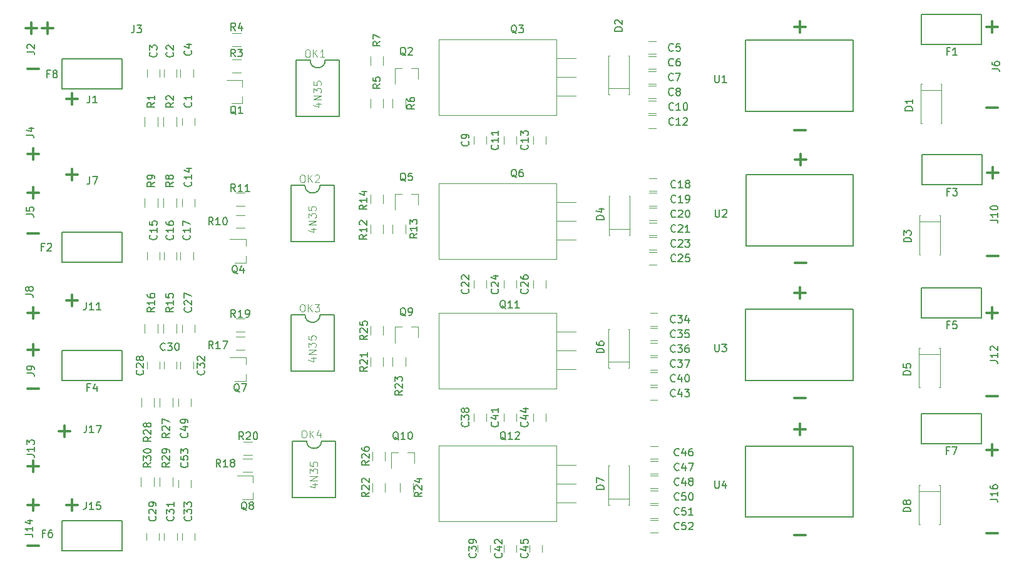
<source format=gbr>
G04 #@! TF.FileFunction,Legend,Top*
%FSLAX46Y46*%
G04 Gerber Fmt 4.6, Leading zero omitted, Abs format (unit mm)*
G04 Created by KiCad (PCBNEW 4.0.7-e2-6376~58~ubuntu16.04.1) date Wed May  2 00:30:33 2018*
%MOMM*%
%LPD*%
G01*
G04 APERTURE LIST*
%ADD10C,0.100000*%
%ADD11C,0.300000*%
%ADD12C,0.150000*%
%ADD13C,0.120000*%
%ADD14C,0.152400*%
%ADD15C,0.050000*%
G04 APERTURE END LIST*
D10*
D11*
X175488095Y-67892857D02*
X177011905Y-67892857D01*
X175538095Y-85892857D02*
X177061905Y-85892857D01*
X175488095Y-104142857D02*
X177011905Y-104142857D01*
X175488095Y-122642857D02*
X177011905Y-122642857D01*
X175488095Y-108392857D02*
X177011905Y-108392857D01*
X176250000Y-109154762D02*
X176250000Y-107630952D01*
X175538095Y-71892857D02*
X177061905Y-71892857D01*
X176300000Y-72654762D02*
X176300000Y-71130952D01*
X175488095Y-89892857D02*
X177011905Y-89892857D01*
X176250000Y-90654762D02*
X176250000Y-89130952D01*
X175488095Y-53892857D02*
X177011905Y-53892857D01*
X176250000Y-54654762D02*
X176250000Y-53130952D01*
X71738095Y-124142857D02*
X73261905Y-124142857D01*
X71738095Y-102892857D02*
X73261905Y-102892857D01*
X71738095Y-81892857D02*
X73261905Y-81892857D01*
X71738095Y-59642857D02*
X73261905Y-59642857D01*
X76988095Y-118642857D02*
X78511905Y-118642857D01*
X77750000Y-119404762D02*
X77750000Y-117880952D01*
X73738095Y-54142857D02*
X75261905Y-54142857D01*
X74500000Y-54904762D02*
X74500000Y-53380952D01*
X76988095Y-73892857D02*
X78511905Y-73892857D01*
X77750000Y-74654762D02*
X77750000Y-73130952D01*
X76988095Y-90892857D02*
X78511905Y-90892857D01*
X77750000Y-91654762D02*
X77750000Y-90130952D01*
X75988095Y-108642857D02*
X77511905Y-108642857D01*
X76750000Y-109404762D02*
X76750000Y-107880952D01*
X76988095Y-63642857D02*
X78511905Y-63642857D01*
X77750000Y-64404762D02*
X77750000Y-62880952D01*
X71738095Y-113392857D02*
X73261905Y-113392857D01*
X72500000Y-114154762D02*
X72500000Y-112630952D01*
X71738095Y-92642857D02*
X73261905Y-92642857D01*
X72500000Y-93404762D02*
X72500000Y-91880952D01*
X71738095Y-71142857D02*
X73261905Y-71142857D01*
X72500000Y-71904762D02*
X72500000Y-70380952D01*
X71738095Y-118642857D02*
X73261905Y-118642857D01*
X72500000Y-119404762D02*
X72500000Y-117880952D01*
X71738095Y-97642857D02*
X73261905Y-97642857D01*
X72500000Y-98404762D02*
X72500000Y-96880952D01*
X71738095Y-76392857D02*
X73261905Y-76392857D01*
X72500000Y-77154762D02*
X72500000Y-75630952D01*
X71488095Y-54142857D02*
X73011905Y-54142857D01*
X72250000Y-54904762D02*
X72250000Y-53380952D01*
X201488095Y-64892857D02*
X203011905Y-64892857D01*
X201538095Y-84892857D02*
X203061905Y-84892857D01*
X201488095Y-103892857D02*
X203011905Y-103892857D01*
X201488095Y-122392857D02*
X203011905Y-122392857D01*
X201488095Y-53892857D02*
X203011905Y-53892857D01*
X202250000Y-54654762D02*
X202250000Y-53130952D01*
X201538095Y-73642857D02*
X203061905Y-73642857D01*
X202300000Y-74404762D02*
X202300000Y-72880952D01*
X201488095Y-92642857D02*
X203011905Y-92642857D01*
X202250000Y-93404762D02*
X202250000Y-91880952D01*
X201488095Y-111142857D02*
X203011905Y-111142857D01*
X202250000Y-111904762D02*
X202250000Y-110380952D01*
D12*
X168950000Y-73950000D02*
X168950000Y-83550000D01*
X183450000Y-73950000D02*
X183450000Y-83550000D01*
X168950000Y-83550000D02*
X183450000Y-83550000D01*
X168950000Y-73950000D02*
X183450000Y-73950000D01*
X168900000Y-110650000D02*
X168900000Y-120250000D01*
X183400000Y-110650000D02*
X183400000Y-120250000D01*
X168900000Y-120250000D02*
X183400000Y-120250000D01*
X168900000Y-110650000D02*
X183400000Y-110650000D01*
D13*
X87120760Y-116108820D02*
X87120760Y-114908820D01*
X88880760Y-114908820D02*
X88880760Y-116108820D01*
X91380760Y-114908820D02*
X91380760Y-116108820D01*
X89620760Y-116108820D02*
X89620760Y-114908820D01*
X87130760Y-105358820D02*
X87130760Y-104158820D01*
X88890760Y-104158820D02*
X88890760Y-105358820D01*
X91390760Y-104158820D02*
X91390760Y-105358820D01*
X89630760Y-105358820D02*
X89630760Y-104158820D01*
X118370000Y-112600000D02*
X118370000Y-111400000D01*
X120130000Y-111400000D02*
X120130000Y-112600000D01*
X118120000Y-95600000D02*
X118120000Y-94400000D01*
X119880000Y-94400000D02*
X119880000Y-95600000D01*
X122120760Y-116858820D02*
X122120760Y-115658820D01*
X123880760Y-115658820D02*
X123880760Y-116858820D01*
X121120760Y-99858820D02*
X121120760Y-98658820D01*
X122880760Y-98658820D02*
X122880760Y-99858820D01*
X120130000Y-115650000D02*
X120130000Y-116850000D01*
X118370000Y-116850000D02*
X118370000Y-115650000D01*
X119880760Y-98658820D02*
X119880760Y-99858820D01*
X118120760Y-99858820D02*
X118120760Y-98658820D01*
X100950000Y-110070000D02*
X102150000Y-110070000D01*
X102150000Y-111830000D02*
X100950000Y-111830000D01*
X99910760Y-93378820D02*
X101110760Y-93378820D01*
X101110760Y-95138820D02*
X99910760Y-95138820D01*
X100910760Y-112378820D02*
X102110760Y-112378820D01*
X102110760Y-114138820D02*
X100910760Y-114138820D01*
X99910760Y-95878820D02*
X101110760Y-95878820D01*
X101110760Y-97638820D02*
X99910760Y-97638820D01*
X87620760Y-95358820D02*
X87620760Y-94158820D01*
X89380760Y-94158820D02*
X89380760Y-95358820D01*
X91880760Y-94158820D02*
X91880760Y-95358820D01*
X90120760Y-95358820D02*
X90120760Y-94158820D01*
X118120000Y-77800000D02*
X118120000Y-76600000D01*
X119880000Y-76600000D02*
X119880000Y-77800000D01*
X121120760Y-81858820D02*
X121120760Y-80658820D01*
X122880760Y-80658820D02*
X122880760Y-81858820D01*
X119880760Y-80658820D02*
X119880760Y-81858820D01*
X118120760Y-81858820D02*
X118120760Y-80658820D01*
X99910760Y-76378820D02*
X101110760Y-76378820D01*
X101110760Y-78138820D02*
X99910760Y-78138820D01*
X99910760Y-79378820D02*
X101110760Y-79378820D01*
X101110760Y-81138820D02*
X99910760Y-81138820D01*
X87620760Y-78358820D02*
X87620760Y-77158820D01*
X89380760Y-77158820D02*
X89380760Y-78358820D01*
X91880760Y-77158820D02*
X91880760Y-78358820D01*
X90120760Y-78358820D02*
X90120760Y-77158820D01*
X118120000Y-59100000D02*
X118120000Y-57900000D01*
X119880000Y-57900000D02*
X119880000Y-59100000D01*
X121120760Y-64858820D02*
X121120760Y-63658820D01*
X122880760Y-63658820D02*
X122880760Y-64858820D01*
X119880760Y-63658820D02*
X119880760Y-64858820D01*
X118120760Y-64858820D02*
X118120760Y-63658820D01*
X99450000Y-54820000D02*
X100650000Y-54820000D01*
X100650000Y-56580000D02*
X99450000Y-56580000D01*
X99410760Y-58378820D02*
X100610760Y-58378820D01*
X100610760Y-60138820D02*
X99410760Y-60138820D01*
X90120760Y-67358820D02*
X90120760Y-66158820D01*
X91880760Y-66158820D02*
X91880760Y-67358820D01*
X89380760Y-66158820D02*
X89380760Y-67358820D01*
X87620760Y-67358820D02*
X87620760Y-66158820D01*
X143310760Y-120838820D02*
X143310760Y-110598820D01*
X127420760Y-120838820D02*
X127420760Y-110598820D01*
X127420760Y-120838820D02*
X143310760Y-120838820D01*
X127420760Y-110598820D02*
X143310760Y-110598820D01*
X143310760Y-118258820D02*
X145950760Y-118258820D01*
X143310760Y-115718820D02*
X145934760Y-115718820D01*
X143310760Y-113178820D02*
X145934760Y-113178820D01*
X143310760Y-102838820D02*
X143310760Y-92598820D01*
X127420760Y-102838820D02*
X127420760Y-92598820D01*
X127420760Y-102838820D02*
X143310760Y-102838820D01*
X127420760Y-92598820D02*
X143310760Y-92598820D01*
X143310760Y-100258820D02*
X145950760Y-100258820D01*
X143310760Y-97718820D02*
X145934760Y-97718820D01*
X143310760Y-95178820D02*
X145934760Y-95178820D01*
X124090760Y-111498820D02*
X123160760Y-111498820D01*
X120930760Y-111498820D02*
X121860760Y-111498820D01*
X120930760Y-111498820D02*
X120930760Y-113658820D01*
X124090760Y-111498820D02*
X124090760Y-112958820D01*
X124580760Y-94498820D02*
X123650760Y-94498820D01*
X121420760Y-94498820D02*
X122350760Y-94498820D01*
X121420760Y-94498820D02*
X121420760Y-96658820D01*
X124580760Y-94498820D02*
X124580760Y-95958820D01*
X102270760Y-117838820D02*
X102270760Y-116908820D01*
X102270760Y-114678820D02*
X102270760Y-115608820D01*
X102270760Y-114678820D02*
X100110760Y-114678820D01*
X102270760Y-117838820D02*
X100810760Y-117838820D01*
X101270760Y-101838820D02*
X101270760Y-100908820D01*
X101270760Y-98678820D02*
X101270760Y-99608820D01*
X101270760Y-98678820D02*
X99110760Y-98678820D01*
X101270760Y-101838820D02*
X99810760Y-101838820D01*
X143310760Y-85338820D02*
X143310760Y-75098820D01*
X127420760Y-85338820D02*
X127420760Y-75098820D01*
X127420760Y-85338820D02*
X143310760Y-85338820D01*
X127420760Y-75098820D02*
X143310760Y-75098820D01*
X143310760Y-82758820D02*
X145950760Y-82758820D01*
X143310760Y-80218820D02*
X145934760Y-80218820D01*
X143310760Y-77678820D02*
X145934760Y-77678820D01*
X124580760Y-76498820D02*
X123650760Y-76498820D01*
X121420760Y-76498820D02*
X122350760Y-76498820D01*
X121420760Y-76498820D02*
X121420760Y-78658820D01*
X124580760Y-76498820D02*
X124580760Y-77958820D01*
X101270760Y-85838820D02*
X101270760Y-84908820D01*
X101270760Y-82678820D02*
X101270760Y-83608820D01*
X101270760Y-82678820D02*
X99110760Y-82678820D01*
X101270760Y-85838820D02*
X99810760Y-85838820D01*
X143310760Y-65838820D02*
X143310760Y-55598820D01*
X127420760Y-65838820D02*
X127420760Y-55598820D01*
X127420760Y-65838820D02*
X143310760Y-65838820D01*
X127420760Y-55598820D02*
X143310760Y-55598820D01*
X143310760Y-63258820D02*
X145950760Y-63258820D01*
X143310760Y-60718820D02*
X145934760Y-60718820D01*
X143310760Y-58178820D02*
X145934760Y-58178820D01*
X124580760Y-59498820D02*
X123650760Y-59498820D01*
X121420760Y-59498820D02*
X122350760Y-59498820D01*
X121420760Y-59498820D02*
X121420760Y-61658820D01*
X124580760Y-59498820D02*
X124580760Y-60958820D01*
X100810000Y-64280000D02*
X100810000Y-63350000D01*
X100810000Y-61120000D02*
X100810000Y-62050000D01*
X100810000Y-61120000D02*
X98650000Y-61120000D01*
X100810000Y-64280000D02*
X99350000Y-64280000D01*
D14*
X113431760Y-117568820D02*
X113431760Y-109948820D01*
X107589760Y-109948820D02*
X107589760Y-117568820D01*
X113431760Y-117568820D02*
X107589760Y-117568820D01*
X113431760Y-109948820D02*
X111526760Y-109948820D01*
X107589760Y-109948820D02*
X109494760Y-109948820D01*
X111526760Y-109948820D02*
G75*
G02X109494760Y-109948820I-1016000J0D01*
G01*
X113221000Y-100510000D02*
X113221000Y-92890000D01*
X107379000Y-92890000D02*
X107379000Y-100510000D01*
X113221000Y-100510000D02*
X107379000Y-100510000D01*
X113221000Y-92890000D02*
X111316000Y-92890000D01*
X107379000Y-92890000D02*
X109284000Y-92890000D01*
X111316000Y-92890000D02*
G75*
G02X109284000Y-92890000I-1016000J0D01*
G01*
X113221000Y-83010000D02*
X113221000Y-75390000D01*
X107379000Y-75390000D02*
X107379000Y-83010000D01*
X113221000Y-83010000D02*
X107379000Y-83010000D01*
X113221000Y-75390000D02*
X111316000Y-75390000D01*
X107379000Y-75390000D02*
X109284000Y-75390000D01*
X111316000Y-75390000D02*
G75*
G02X109284000Y-75390000I-1016000J0D01*
G01*
X113921760Y-66068820D02*
X113921760Y-58448820D01*
X108079760Y-58448820D02*
X108079760Y-66068820D01*
X113921760Y-66068820D02*
X108079760Y-66068820D01*
X113921760Y-58448820D02*
X112016760Y-58448820D01*
X108079760Y-58448820D02*
X109984760Y-58448820D01*
X112016760Y-58448820D02*
G75*
G02X109984760Y-58448820I-1016000J0D01*
G01*
D12*
X76436760Y-58226820D02*
X76436760Y-62290820D01*
X76436760Y-62290820D02*
X84564760Y-62290820D01*
X84564760Y-62290820D02*
X84564760Y-58226820D01*
X84564760Y-58226820D02*
X76436760Y-58226820D01*
X192686000Y-106218000D02*
X192686000Y-110282000D01*
X192686000Y-110282000D02*
X200814000Y-110282000D01*
X200814000Y-110282000D02*
X200814000Y-106218000D01*
X200814000Y-106218000D02*
X192686000Y-106218000D01*
X84564760Y-124790820D02*
X84564760Y-120726820D01*
X84564760Y-120726820D02*
X76436760Y-120726820D01*
X76436760Y-120726820D02*
X76436760Y-124790820D01*
X76436760Y-124790820D02*
X84564760Y-124790820D01*
X192696760Y-89226820D02*
X192696760Y-93290820D01*
X192696760Y-93290820D02*
X200824760Y-93290820D01*
X200824760Y-93290820D02*
X200824760Y-89226820D01*
X200824760Y-89226820D02*
X192696760Y-89226820D01*
X84574760Y-101790820D02*
X84574760Y-97726820D01*
X84574760Y-97726820D02*
X76446760Y-97726820D01*
X76446760Y-97726820D02*
X76446760Y-101790820D01*
X76446760Y-101790820D02*
X84574760Y-101790820D01*
X192746760Y-71226820D02*
X192746760Y-75290820D01*
X192746760Y-75290820D02*
X200874760Y-75290820D01*
X200874760Y-75290820D02*
X200874760Y-71226820D01*
X200874760Y-71226820D02*
X192746760Y-71226820D01*
X84564760Y-85790820D02*
X84564760Y-81726820D01*
X84564760Y-81726820D02*
X76436760Y-81726820D01*
X76436760Y-81726820D02*
X76436760Y-85790820D01*
X76436760Y-85790820D02*
X84564760Y-85790820D01*
X192696760Y-52226820D02*
X192696760Y-56290820D01*
X192696760Y-56290820D02*
X200824760Y-56290820D01*
X200824760Y-56290820D02*
X200824760Y-52226820D01*
X200824760Y-52226820D02*
X192696760Y-52226820D01*
D13*
X195040760Y-115908820D02*
X195170760Y-115908820D01*
X195170760Y-115908820D02*
X195170760Y-121228820D01*
X195170760Y-121228820D02*
X195040760Y-121228820D01*
X192480760Y-115908820D02*
X192350760Y-115908820D01*
X192350760Y-115908820D02*
X192350760Y-121228820D01*
X192350760Y-121228820D02*
X192480760Y-121228820D01*
X195170760Y-116748820D02*
X192350760Y-116748820D01*
X150470760Y-118608820D02*
X150340760Y-118608820D01*
X150340760Y-118608820D02*
X150340760Y-113288820D01*
X150340760Y-113288820D02*
X150470760Y-113288820D01*
X153030760Y-118608820D02*
X153160760Y-118608820D01*
X153160760Y-118608820D02*
X153160760Y-113288820D01*
X153160760Y-113288820D02*
X153030760Y-113288820D01*
X150340760Y-117768820D02*
X153160760Y-117768820D01*
X150470760Y-100108820D02*
X150340760Y-100108820D01*
X150340760Y-100108820D02*
X150340760Y-94788820D01*
X150340760Y-94788820D02*
X150470760Y-94788820D01*
X153030760Y-100108820D02*
X153160760Y-100108820D01*
X153160760Y-100108820D02*
X153160760Y-94788820D01*
X153160760Y-94788820D02*
X153030760Y-94788820D01*
X150340760Y-99268820D02*
X153160760Y-99268820D01*
X195040760Y-97408820D02*
X195170760Y-97408820D01*
X195170760Y-97408820D02*
X195170760Y-102728820D01*
X195170760Y-102728820D02*
X195040760Y-102728820D01*
X192480760Y-97408820D02*
X192350760Y-97408820D01*
X192350760Y-97408820D02*
X192350760Y-102728820D01*
X192350760Y-102728820D02*
X192480760Y-102728820D01*
X195170760Y-98248820D02*
X192350760Y-98248820D01*
X150520760Y-82108820D02*
X150390760Y-82108820D01*
X150390760Y-82108820D02*
X150390760Y-76788820D01*
X150390760Y-76788820D02*
X150520760Y-76788820D01*
X153080760Y-82108820D02*
X153210760Y-82108820D01*
X153210760Y-82108820D02*
X153210760Y-76788820D01*
X153210760Y-76788820D02*
X153080760Y-76788820D01*
X150390760Y-81268820D02*
X153210760Y-81268820D01*
X195090760Y-79408820D02*
X195220760Y-79408820D01*
X195220760Y-79408820D02*
X195220760Y-84728820D01*
X195220760Y-84728820D02*
X195090760Y-84728820D01*
X192530760Y-79408820D02*
X192400760Y-79408820D01*
X192400760Y-79408820D02*
X192400760Y-84728820D01*
X192400760Y-84728820D02*
X192530760Y-84728820D01*
X195220760Y-80248820D02*
X192400760Y-80248820D01*
X150470760Y-63108820D02*
X150340760Y-63108820D01*
X150340760Y-63108820D02*
X150340760Y-57788820D01*
X150340760Y-57788820D02*
X150470760Y-57788820D01*
X153030760Y-63108820D02*
X153160760Y-63108820D01*
X153160760Y-63108820D02*
X153160760Y-57788820D01*
X153160760Y-57788820D02*
X153030760Y-57788820D01*
X150340760Y-62268820D02*
X153160760Y-62268820D01*
X195280000Y-61650000D02*
X195410000Y-61650000D01*
X195410000Y-61650000D02*
X195410000Y-66970000D01*
X195410000Y-66970000D02*
X195280000Y-66970000D01*
X192720000Y-61650000D02*
X192590000Y-61650000D01*
X192590000Y-61650000D02*
X192590000Y-66970000D01*
X192590000Y-66970000D02*
X192720000Y-66970000D01*
X195410000Y-62490000D02*
X192590000Y-62490000D01*
X93860760Y-116258820D02*
X93860760Y-115258820D01*
X92160760Y-115258820D02*
X92160760Y-116258820D01*
X156010760Y-122358820D02*
X157010760Y-122358820D01*
X157010760Y-120658820D02*
X156010760Y-120658820D01*
X156010760Y-120358820D02*
X157010760Y-120358820D01*
X157010760Y-118658820D02*
X156010760Y-118658820D01*
X156010760Y-118358820D02*
X157010760Y-118358820D01*
X157010760Y-116658820D02*
X156010760Y-116658820D01*
X93860760Y-105258820D02*
X93860760Y-104258820D01*
X92160760Y-104258820D02*
X92160760Y-105258820D01*
X156010760Y-116358820D02*
X157010760Y-116358820D01*
X157010760Y-114658820D02*
X156010760Y-114658820D01*
X156010760Y-114358820D02*
X157010760Y-114358820D01*
X157010760Y-112658820D02*
X156010760Y-112658820D01*
X156010760Y-112358820D02*
X157010760Y-112358820D01*
X157010760Y-110658820D02*
X156010760Y-110658820D01*
X141350000Y-125000000D02*
X141350000Y-124000000D01*
X139650000Y-124000000D02*
X139650000Y-125000000D01*
X141850760Y-107258820D02*
X141850760Y-106258820D01*
X140150760Y-106258820D02*
X140150760Y-107258820D01*
X155962356Y-104363692D02*
X156962356Y-104363692D01*
X156962356Y-102663692D02*
X155962356Y-102663692D01*
X137850000Y-125000000D02*
X137850000Y-124000000D01*
X136150000Y-124000000D02*
X136150000Y-125000000D01*
X137850760Y-107258820D02*
X137850760Y-106258820D01*
X136150760Y-106258820D02*
X136150760Y-107258820D01*
X155962356Y-102363692D02*
X156962356Y-102363692D01*
X156962356Y-100663692D02*
X155962356Y-100663692D01*
X134350000Y-125000000D02*
X134350000Y-124000000D01*
X132650000Y-124000000D02*
X132650000Y-125000000D01*
X133850760Y-107258820D02*
X133850760Y-106258820D01*
X132150760Y-106258820D02*
X132150760Y-107258820D01*
X155962356Y-100363692D02*
X156962356Y-100363692D01*
X156962356Y-98663692D02*
X155962356Y-98663692D01*
X155962356Y-98363692D02*
X156962356Y-98363692D01*
X156962356Y-96663692D02*
X155962356Y-96663692D01*
X155962356Y-96363692D02*
X156962356Y-96363692D01*
X156962356Y-94663692D02*
X155962356Y-94663692D01*
X155962356Y-94363692D02*
X156962356Y-94363692D01*
X156962356Y-92663692D02*
X155962356Y-92663692D01*
X94350000Y-123400000D02*
X94350000Y-122400000D01*
X92650000Y-122400000D02*
X92650000Y-123400000D01*
X94150000Y-100200000D02*
X94150000Y-99200000D01*
X92450000Y-99200000D02*
X92450000Y-100200000D01*
X91950000Y-123400000D02*
X91950000Y-122400000D01*
X90250000Y-122400000D02*
X90250000Y-123400000D01*
X91900000Y-100200000D02*
X91900000Y-99200000D01*
X90200000Y-99200000D02*
X90200000Y-100200000D01*
X89550000Y-123400000D02*
X89550000Y-122400000D01*
X87850000Y-122400000D02*
X87850000Y-123400000D01*
X89650000Y-100200000D02*
X89650000Y-99200000D01*
X87950000Y-99200000D02*
X87950000Y-100200000D01*
X94350760Y-95258820D02*
X94350760Y-94258820D01*
X92650760Y-94258820D02*
X92650760Y-95258820D01*
X141850760Y-89258820D02*
X141850760Y-88258820D01*
X140150760Y-88258820D02*
X140150760Y-89258820D01*
X155810760Y-86108820D02*
X156810760Y-86108820D01*
X156810760Y-84408820D02*
X155810760Y-84408820D01*
X137850760Y-89258820D02*
X137850760Y-88258820D01*
X136150760Y-88258820D02*
X136150760Y-89258820D01*
X155810760Y-84108820D02*
X156810760Y-84108820D01*
X156810760Y-82408820D02*
X155810760Y-82408820D01*
X133850760Y-89258820D02*
X133850760Y-88258820D01*
X132150760Y-88258820D02*
X132150760Y-89258820D01*
X155810760Y-82108820D02*
X156810760Y-82108820D01*
X156810760Y-80408820D02*
X155810760Y-80408820D01*
X155810760Y-80108820D02*
X156810760Y-80108820D01*
X156810760Y-78408820D02*
X155810760Y-78408820D01*
X155810760Y-78108820D02*
X156810760Y-78108820D01*
X156810760Y-76408820D02*
X155810760Y-76408820D01*
X155810760Y-76108820D02*
X156810760Y-76108820D01*
X156810760Y-74408820D02*
X155810760Y-74408820D01*
X94150000Y-85450000D02*
X94150000Y-84450000D01*
X92450000Y-84450000D02*
X92450000Y-85450000D01*
X91900000Y-85450000D02*
X91900000Y-84450000D01*
X90200000Y-84450000D02*
X90200000Y-85450000D01*
X89650000Y-85450000D02*
X89650000Y-84450000D01*
X87950000Y-84450000D02*
X87950000Y-85450000D01*
X94350760Y-78258820D02*
X94350760Y-77258820D01*
X92650760Y-77258820D02*
X92650760Y-78258820D01*
X141850760Y-69758820D02*
X141850760Y-68758820D01*
X140150760Y-68758820D02*
X140150760Y-69758820D01*
X155760760Y-67608820D02*
X156760760Y-67608820D01*
X156760760Y-65908820D02*
X155760760Y-65908820D01*
X137850760Y-69758820D02*
X137850760Y-68758820D01*
X136150760Y-68758820D02*
X136150760Y-69758820D01*
X155760760Y-65608820D02*
X156760760Y-65608820D01*
X156760760Y-63908820D02*
X155760760Y-63908820D01*
X133850760Y-69758820D02*
X133850760Y-68758820D01*
X132150760Y-68758820D02*
X132150760Y-69758820D01*
X155760760Y-63608820D02*
X156760760Y-63608820D01*
X156760760Y-61908820D02*
X155760760Y-61908820D01*
X155760760Y-61608820D02*
X156760760Y-61608820D01*
X156760760Y-59908820D02*
X155760760Y-59908820D01*
X155760760Y-59608820D02*
X156760760Y-59608820D01*
X156760760Y-57908820D02*
X155760760Y-57908820D01*
X155760760Y-57608820D02*
X156760760Y-57608820D01*
X156760760Y-55908820D02*
X155760760Y-55908820D01*
X94150000Y-60700000D02*
X94150000Y-59700000D01*
X92450000Y-59700000D02*
X92450000Y-60700000D01*
X89650000Y-60700000D02*
X89650000Y-59700000D01*
X87950000Y-59700000D02*
X87950000Y-60700000D01*
X91900000Y-60700000D02*
X91900000Y-59700000D01*
X90200000Y-59700000D02*
X90200000Y-60700000D01*
X94350760Y-67258820D02*
X94350760Y-66258820D01*
X92650760Y-66258820D02*
X92650760Y-67258820D01*
D12*
X168900000Y-55750000D02*
X168900000Y-65350000D01*
X183400000Y-55750000D02*
X183400000Y-65350000D01*
X168900000Y-65350000D02*
X183400000Y-65350000D01*
X168900000Y-55750000D02*
X183400000Y-55750000D01*
X168900000Y-92150000D02*
X168900000Y-101750000D01*
X183400000Y-92150000D02*
X183400000Y-101750000D01*
X168900000Y-101750000D02*
X183400000Y-101750000D01*
X168900000Y-92150000D02*
X183400000Y-92150000D01*
X164770095Y-78652381D02*
X164770095Y-79461905D01*
X164817714Y-79557143D01*
X164865333Y-79604762D01*
X164960571Y-79652381D01*
X165151048Y-79652381D01*
X165246286Y-79604762D01*
X165293905Y-79557143D01*
X165341524Y-79461905D01*
X165341524Y-78652381D01*
X165770095Y-78747619D02*
X165817714Y-78700000D01*
X165912952Y-78652381D01*
X166151048Y-78652381D01*
X166246286Y-78700000D01*
X166293905Y-78747619D01*
X166341524Y-78842857D01*
X166341524Y-78938095D01*
X166293905Y-79080952D01*
X165722476Y-79652381D01*
X166341524Y-79652381D01*
X164720095Y-115352381D02*
X164720095Y-116161905D01*
X164767714Y-116257143D01*
X164815333Y-116304762D01*
X164910571Y-116352381D01*
X165101048Y-116352381D01*
X165196286Y-116304762D01*
X165243905Y-116257143D01*
X165291524Y-116161905D01*
X165291524Y-115352381D01*
X166196286Y-115685714D02*
X166196286Y-116352381D01*
X165958190Y-115304762D02*
X165720095Y-116019048D01*
X166339143Y-116019048D01*
X88453141Y-112901677D02*
X87976950Y-113235011D01*
X88453141Y-113473106D02*
X87453141Y-113473106D01*
X87453141Y-113092153D01*
X87500760Y-112996915D01*
X87548379Y-112949296D01*
X87643617Y-112901677D01*
X87786474Y-112901677D01*
X87881712Y-112949296D01*
X87929331Y-112996915D01*
X87976950Y-113092153D01*
X87976950Y-113473106D01*
X87453141Y-112568344D02*
X87453141Y-111949296D01*
X87834093Y-112282630D01*
X87834093Y-112139772D01*
X87881712Y-112044534D01*
X87929331Y-111996915D01*
X88024570Y-111949296D01*
X88262665Y-111949296D01*
X88357903Y-111996915D01*
X88405522Y-112044534D01*
X88453141Y-112139772D01*
X88453141Y-112425487D01*
X88405522Y-112520725D01*
X88357903Y-112568344D01*
X87453141Y-111330249D02*
X87453141Y-111235010D01*
X87500760Y-111139772D01*
X87548379Y-111092153D01*
X87643617Y-111044534D01*
X87834093Y-110996915D01*
X88072189Y-110996915D01*
X88262665Y-111044534D01*
X88357903Y-111092153D01*
X88405522Y-111139772D01*
X88453141Y-111235010D01*
X88453141Y-111330249D01*
X88405522Y-111425487D01*
X88357903Y-111473106D01*
X88262665Y-111520725D01*
X88072189Y-111568344D01*
X87834093Y-111568344D01*
X87643617Y-111520725D01*
X87548379Y-111473106D01*
X87500760Y-111425487D01*
X87453141Y-111330249D01*
X90953141Y-112901677D02*
X90476950Y-113235011D01*
X90953141Y-113473106D02*
X89953141Y-113473106D01*
X89953141Y-113092153D01*
X90000760Y-112996915D01*
X90048379Y-112949296D01*
X90143617Y-112901677D01*
X90286474Y-112901677D01*
X90381712Y-112949296D01*
X90429331Y-112996915D01*
X90476950Y-113092153D01*
X90476950Y-113473106D01*
X90048379Y-112520725D02*
X90000760Y-112473106D01*
X89953141Y-112377868D01*
X89953141Y-112139772D01*
X90000760Y-112044534D01*
X90048379Y-111996915D01*
X90143617Y-111949296D01*
X90238855Y-111949296D01*
X90381712Y-111996915D01*
X90953141Y-112568344D01*
X90953141Y-111949296D01*
X90953141Y-111473106D02*
X90953141Y-111282630D01*
X90905522Y-111187391D01*
X90857903Y-111139772D01*
X90715046Y-111044534D01*
X90524570Y-110996915D01*
X90143617Y-110996915D01*
X90048379Y-111044534D01*
X90000760Y-111092153D01*
X89953141Y-111187391D01*
X89953141Y-111377868D01*
X90000760Y-111473106D01*
X90048379Y-111520725D01*
X90143617Y-111568344D01*
X90381712Y-111568344D01*
X90476950Y-111520725D01*
X90524570Y-111473106D01*
X90572189Y-111377868D01*
X90572189Y-111187391D01*
X90524570Y-111092153D01*
X90476950Y-111044534D01*
X90381712Y-110996915D01*
X88452381Y-109392857D02*
X87976190Y-109726191D01*
X88452381Y-109964286D02*
X87452381Y-109964286D01*
X87452381Y-109583333D01*
X87500000Y-109488095D01*
X87547619Y-109440476D01*
X87642857Y-109392857D01*
X87785714Y-109392857D01*
X87880952Y-109440476D01*
X87928571Y-109488095D01*
X87976190Y-109583333D01*
X87976190Y-109964286D01*
X87547619Y-109011905D02*
X87500000Y-108964286D01*
X87452381Y-108869048D01*
X87452381Y-108630952D01*
X87500000Y-108535714D01*
X87547619Y-108488095D01*
X87642857Y-108440476D01*
X87738095Y-108440476D01*
X87880952Y-108488095D01*
X88452381Y-109059524D01*
X88452381Y-108440476D01*
X87880952Y-107869048D02*
X87833333Y-107964286D01*
X87785714Y-108011905D01*
X87690476Y-108059524D01*
X87642857Y-108059524D01*
X87547619Y-108011905D01*
X87500000Y-107964286D01*
X87452381Y-107869048D01*
X87452381Y-107678571D01*
X87500000Y-107583333D01*
X87547619Y-107535714D01*
X87642857Y-107488095D01*
X87690476Y-107488095D01*
X87785714Y-107535714D01*
X87833333Y-107583333D01*
X87880952Y-107678571D01*
X87880952Y-107869048D01*
X87928571Y-107964286D01*
X87976190Y-108011905D01*
X88071429Y-108059524D01*
X88261905Y-108059524D01*
X88357143Y-108011905D01*
X88404762Y-107964286D01*
X88452381Y-107869048D01*
X88452381Y-107678571D01*
X88404762Y-107583333D01*
X88357143Y-107535714D01*
X88261905Y-107488095D01*
X88071429Y-107488095D01*
X87976190Y-107535714D01*
X87928571Y-107583333D01*
X87880952Y-107678571D01*
X90952381Y-108892857D02*
X90476190Y-109226191D01*
X90952381Y-109464286D02*
X89952381Y-109464286D01*
X89952381Y-109083333D01*
X90000000Y-108988095D01*
X90047619Y-108940476D01*
X90142857Y-108892857D01*
X90285714Y-108892857D01*
X90380952Y-108940476D01*
X90428571Y-108988095D01*
X90476190Y-109083333D01*
X90476190Y-109464286D01*
X90047619Y-108511905D02*
X90000000Y-108464286D01*
X89952381Y-108369048D01*
X89952381Y-108130952D01*
X90000000Y-108035714D01*
X90047619Y-107988095D01*
X90142857Y-107940476D01*
X90238095Y-107940476D01*
X90380952Y-107988095D01*
X90952381Y-108559524D01*
X90952381Y-107940476D01*
X89952381Y-107607143D02*
X89952381Y-106940476D01*
X90952381Y-107369048D01*
X117952381Y-112642857D02*
X117476190Y-112976191D01*
X117952381Y-113214286D02*
X116952381Y-113214286D01*
X116952381Y-112833333D01*
X117000000Y-112738095D01*
X117047619Y-112690476D01*
X117142857Y-112642857D01*
X117285714Y-112642857D01*
X117380952Y-112690476D01*
X117428571Y-112738095D01*
X117476190Y-112833333D01*
X117476190Y-113214286D01*
X117047619Y-112261905D02*
X117000000Y-112214286D01*
X116952381Y-112119048D01*
X116952381Y-111880952D01*
X117000000Y-111785714D01*
X117047619Y-111738095D01*
X117142857Y-111690476D01*
X117238095Y-111690476D01*
X117380952Y-111738095D01*
X117952381Y-112309524D01*
X117952381Y-111690476D01*
X116952381Y-110833333D02*
X116952381Y-111023810D01*
X117000000Y-111119048D01*
X117047619Y-111166667D01*
X117190476Y-111261905D01*
X117380952Y-111309524D01*
X117761905Y-111309524D01*
X117857143Y-111261905D01*
X117904762Y-111214286D01*
X117952381Y-111119048D01*
X117952381Y-110928571D01*
X117904762Y-110833333D01*
X117857143Y-110785714D01*
X117761905Y-110738095D01*
X117523810Y-110738095D01*
X117428571Y-110785714D01*
X117380952Y-110833333D01*
X117333333Y-110928571D01*
X117333333Y-111119048D01*
X117380952Y-111214286D01*
X117428571Y-111261905D01*
X117523810Y-111309524D01*
X117702381Y-95642857D02*
X117226190Y-95976191D01*
X117702381Y-96214286D02*
X116702381Y-96214286D01*
X116702381Y-95833333D01*
X116750000Y-95738095D01*
X116797619Y-95690476D01*
X116892857Y-95642857D01*
X117035714Y-95642857D01*
X117130952Y-95690476D01*
X117178571Y-95738095D01*
X117226190Y-95833333D01*
X117226190Y-96214286D01*
X116797619Y-95261905D02*
X116750000Y-95214286D01*
X116702381Y-95119048D01*
X116702381Y-94880952D01*
X116750000Y-94785714D01*
X116797619Y-94738095D01*
X116892857Y-94690476D01*
X116988095Y-94690476D01*
X117130952Y-94738095D01*
X117702381Y-95309524D01*
X117702381Y-94690476D01*
X116702381Y-93785714D02*
X116702381Y-94261905D01*
X117178571Y-94309524D01*
X117130952Y-94261905D01*
X117083333Y-94166667D01*
X117083333Y-93928571D01*
X117130952Y-93833333D01*
X117178571Y-93785714D01*
X117273810Y-93738095D01*
X117511905Y-93738095D01*
X117607143Y-93785714D01*
X117654762Y-93833333D01*
X117702381Y-93928571D01*
X117702381Y-94166667D01*
X117654762Y-94261905D01*
X117607143Y-94309524D01*
X125103141Y-116901677D02*
X124626950Y-117235011D01*
X125103141Y-117473106D02*
X124103141Y-117473106D01*
X124103141Y-117092153D01*
X124150760Y-116996915D01*
X124198379Y-116949296D01*
X124293617Y-116901677D01*
X124436474Y-116901677D01*
X124531712Y-116949296D01*
X124579331Y-116996915D01*
X124626950Y-117092153D01*
X124626950Y-117473106D01*
X124198379Y-116520725D02*
X124150760Y-116473106D01*
X124103141Y-116377868D01*
X124103141Y-116139772D01*
X124150760Y-116044534D01*
X124198379Y-115996915D01*
X124293617Y-115949296D01*
X124388855Y-115949296D01*
X124531712Y-115996915D01*
X125103141Y-116568344D01*
X125103141Y-115949296D01*
X124436474Y-115092153D02*
X125103141Y-115092153D01*
X124055522Y-115330249D02*
X124769808Y-115568344D01*
X124769808Y-114949296D01*
X122452381Y-103142857D02*
X121976190Y-103476191D01*
X122452381Y-103714286D02*
X121452381Y-103714286D01*
X121452381Y-103333333D01*
X121500000Y-103238095D01*
X121547619Y-103190476D01*
X121642857Y-103142857D01*
X121785714Y-103142857D01*
X121880952Y-103190476D01*
X121928571Y-103238095D01*
X121976190Y-103333333D01*
X121976190Y-103714286D01*
X121547619Y-102761905D02*
X121500000Y-102714286D01*
X121452381Y-102619048D01*
X121452381Y-102380952D01*
X121500000Y-102285714D01*
X121547619Y-102238095D01*
X121642857Y-102190476D01*
X121738095Y-102190476D01*
X121880952Y-102238095D01*
X122452381Y-102809524D01*
X122452381Y-102190476D01*
X121452381Y-101857143D02*
X121452381Y-101238095D01*
X121833333Y-101571429D01*
X121833333Y-101428571D01*
X121880952Y-101333333D01*
X121928571Y-101285714D01*
X122023810Y-101238095D01*
X122261905Y-101238095D01*
X122357143Y-101285714D01*
X122404762Y-101333333D01*
X122452381Y-101428571D01*
X122452381Y-101714286D01*
X122404762Y-101809524D01*
X122357143Y-101857143D01*
X117952381Y-116892857D02*
X117476190Y-117226191D01*
X117952381Y-117464286D02*
X116952381Y-117464286D01*
X116952381Y-117083333D01*
X117000000Y-116988095D01*
X117047619Y-116940476D01*
X117142857Y-116892857D01*
X117285714Y-116892857D01*
X117380952Y-116940476D01*
X117428571Y-116988095D01*
X117476190Y-117083333D01*
X117476190Y-117464286D01*
X117047619Y-116511905D02*
X117000000Y-116464286D01*
X116952381Y-116369048D01*
X116952381Y-116130952D01*
X117000000Y-116035714D01*
X117047619Y-115988095D01*
X117142857Y-115940476D01*
X117238095Y-115940476D01*
X117380952Y-115988095D01*
X117952381Y-116559524D01*
X117952381Y-115940476D01*
X117047619Y-115559524D02*
X117000000Y-115511905D01*
X116952381Y-115416667D01*
X116952381Y-115178571D01*
X117000000Y-115083333D01*
X117047619Y-115035714D01*
X117142857Y-114988095D01*
X117238095Y-114988095D01*
X117380952Y-115035714D01*
X117952381Y-115607143D01*
X117952381Y-114988095D01*
X117702381Y-99892857D02*
X117226190Y-100226191D01*
X117702381Y-100464286D02*
X116702381Y-100464286D01*
X116702381Y-100083333D01*
X116750000Y-99988095D01*
X116797619Y-99940476D01*
X116892857Y-99892857D01*
X117035714Y-99892857D01*
X117130952Y-99940476D01*
X117178571Y-99988095D01*
X117226190Y-100083333D01*
X117226190Y-100464286D01*
X116797619Y-99511905D02*
X116750000Y-99464286D01*
X116702381Y-99369048D01*
X116702381Y-99130952D01*
X116750000Y-99035714D01*
X116797619Y-98988095D01*
X116892857Y-98940476D01*
X116988095Y-98940476D01*
X117130952Y-98988095D01*
X117702381Y-99559524D01*
X117702381Y-98940476D01*
X117702381Y-97988095D02*
X117702381Y-98559524D01*
X117702381Y-98273810D02*
X116702381Y-98273810D01*
X116845238Y-98369048D01*
X116940476Y-98464286D01*
X116988095Y-98559524D01*
X100957143Y-109752381D02*
X100623809Y-109276190D01*
X100385714Y-109752381D02*
X100385714Y-108752381D01*
X100766667Y-108752381D01*
X100861905Y-108800000D01*
X100909524Y-108847619D01*
X100957143Y-108942857D01*
X100957143Y-109085714D01*
X100909524Y-109180952D01*
X100861905Y-109228571D01*
X100766667Y-109276190D01*
X100385714Y-109276190D01*
X101338095Y-108847619D02*
X101385714Y-108800000D01*
X101480952Y-108752381D01*
X101719048Y-108752381D01*
X101814286Y-108800000D01*
X101861905Y-108847619D01*
X101909524Y-108942857D01*
X101909524Y-109038095D01*
X101861905Y-109180952D01*
X101290476Y-109752381D01*
X101909524Y-109752381D01*
X102528571Y-108752381D02*
X102623810Y-108752381D01*
X102719048Y-108800000D01*
X102766667Y-108847619D01*
X102814286Y-108942857D01*
X102861905Y-109133333D01*
X102861905Y-109371429D01*
X102814286Y-109561905D01*
X102766667Y-109657143D01*
X102719048Y-109704762D01*
X102623810Y-109752381D01*
X102528571Y-109752381D01*
X102433333Y-109704762D01*
X102385714Y-109657143D01*
X102338095Y-109561905D01*
X102290476Y-109371429D01*
X102290476Y-109133333D01*
X102338095Y-108942857D01*
X102385714Y-108847619D01*
X102433333Y-108800000D01*
X102528571Y-108752381D01*
X99867903Y-93211201D02*
X99534569Y-92735010D01*
X99296474Y-93211201D02*
X99296474Y-92211201D01*
X99677427Y-92211201D01*
X99772665Y-92258820D01*
X99820284Y-92306439D01*
X99867903Y-92401677D01*
X99867903Y-92544534D01*
X99820284Y-92639772D01*
X99772665Y-92687391D01*
X99677427Y-92735010D01*
X99296474Y-92735010D01*
X100820284Y-93211201D02*
X100248855Y-93211201D01*
X100534569Y-93211201D02*
X100534569Y-92211201D01*
X100439331Y-92354058D01*
X100344093Y-92449296D01*
X100248855Y-92496915D01*
X101296474Y-93211201D02*
X101486950Y-93211201D01*
X101582189Y-93163582D01*
X101629808Y-93115963D01*
X101725046Y-92973106D01*
X101772665Y-92782630D01*
X101772665Y-92401677D01*
X101725046Y-92306439D01*
X101677427Y-92258820D01*
X101582189Y-92211201D01*
X101391712Y-92211201D01*
X101296474Y-92258820D01*
X101248855Y-92306439D01*
X101201236Y-92401677D01*
X101201236Y-92639772D01*
X101248855Y-92735010D01*
X101296474Y-92782630D01*
X101391712Y-92830249D01*
X101582189Y-92830249D01*
X101677427Y-92782630D01*
X101725046Y-92735010D01*
X101772665Y-92639772D01*
X97857143Y-113452381D02*
X97523809Y-112976190D01*
X97285714Y-113452381D02*
X97285714Y-112452381D01*
X97666667Y-112452381D01*
X97761905Y-112500000D01*
X97809524Y-112547619D01*
X97857143Y-112642857D01*
X97857143Y-112785714D01*
X97809524Y-112880952D01*
X97761905Y-112928571D01*
X97666667Y-112976190D01*
X97285714Y-112976190D01*
X98809524Y-113452381D02*
X98238095Y-113452381D01*
X98523809Y-113452381D02*
X98523809Y-112452381D01*
X98428571Y-112595238D01*
X98333333Y-112690476D01*
X98238095Y-112738095D01*
X99380952Y-112880952D02*
X99285714Y-112833333D01*
X99238095Y-112785714D01*
X99190476Y-112690476D01*
X99190476Y-112642857D01*
X99238095Y-112547619D01*
X99285714Y-112500000D01*
X99380952Y-112452381D01*
X99571429Y-112452381D01*
X99666667Y-112500000D01*
X99714286Y-112547619D01*
X99761905Y-112642857D01*
X99761905Y-112690476D01*
X99714286Y-112785714D01*
X99666667Y-112833333D01*
X99571429Y-112880952D01*
X99380952Y-112880952D01*
X99285714Y-112928571D01*
X99238095Y-112976190D01*
X99190476Y-113071429D01*
X99190476Y-113261905D01*
X99238095Y-113357143D01*
X99285714Y-113404762D01*
X99380952Y-113452381D01*
X99571429Y-113452381D01*
X99666667Y-113404762D01*
X99714286Y-113357143D01*
X99761905Y-113261905D01*
X99761905Y-113071429D01*
X99714286Y-112976190D01*
X99666667Y-112928571D01*
X99571429Y-112880952D01*
X96857143Y-97452381D02*
X96523809Y-96976190D01*
X96285714Y-97452381D02*
X96285714Y-96452381D01*
X96666667Y-96452381D01*
X96761905Y-96500000D01*
X96809524Y-96547619D01*
X96857143Y-96642857D01*
X96857143Y-96785714D01*
X96809524Y-96880952D01*
X96761905Y-96928571D01*
X96666667Y-96976190D01*
X96285714Y-96976190D01*
X97809524Y-97452381D02*
X97238095Y-97452381D01*
X97523809Y-97452381D02*
X97523809Y-96452381D01*
X97428571Y-96595238D01*
X97333333Y-96690476D01*
X97238095Y-96738095D01*
X98142857Y-96452381D02*
X98809524Y-96452381D01*
X98380952Y-97452381D01*
X88953141Y-91901677D02*
X88476950Y-92235011D01*
X88953141Y-92473106D02*
X87953141Y-92473106D01*
X87953141Y-92092153D01*
X88000760Y-91996915D01*
X88048379Y-91949296D01*
X88143617Y-91901677D01*
X88286474Y-91901677D01*
X88381712Y-91949296D01*
X88429331Y-91996915D01*
X88476950Y-92092153D01*
X88476950Y-92473106D01*
X88953141Y-90949296D02*
X88953141Y-91520725D01*
X88953141Y-91235011D02*
X87953141Y-91235011D01*
X88095998Y-91330249D01*
X88191236Y-91425487D01*
X88238855Y-91520725D01*
X87953141Y-90092153D02*
X87953141Y-90282630D01*
X88000760Y-90377868D01*
X88048379Y-90425487D01*
X88191236Y-90520725D01*
X88381712Y-90568344D01*
X88762665Y-90568344D01*
X88857903Y-90520725D01*
X88905522Y-90473106D01*
X88953141Y-90377868D01*
X88953141Y-90187391D01*
X88905522Y-90092153D01*
X88857903Y-90044534D01*
X88762665Y-89996915D01*
X88524570Y-89996915D01*
X88429331Y-90044534D01*
X88381712Y-90092153D01*
X88334093Y-90187391D01*
X88334093Y-90377868D01*
X88381712Y-90473106D01*
X88429331Y-90520725D01*
X88524570Y-90568344D01*
X91453141Y-91901677D02*
X90976950Y-92235011D01*
X91453141Y-92473106D02*
X90453141Y-92473106D01*
X90453141Y-92092153D01*
X90500760Y-91996915D01*
X90548379Y-91949296D01*
X90643617Y-91901677D01*
X90786474Y-91901677D01*
X90881712Y-91949296D01*
X90929331Y-91996915D01*
X90976950Y-92092153D01*
X90976950Y-92473106D01*
X91453141Y-90949296D02*
X91453141Y-91520725D01*
X91453141Y-91235011D02*
X90453141Y-91235011D01*
X90595998Y-91330249D01*
X90691236Y-91425487D01*
X90738855Y-91520725D01*
X90453141Y-90044534D02*
X90453141Y-90520725D01*
X90929331Y-90568344D01*
X90881712Y-90520725D01*
X90834093Y-90425487D01*
X90834093Y-90187391D01*
X90881712Y-90092153D01*
X90929331Y-90044534D01*
X91024570Y-89996915D01*
X91262665Y-89996915D01*
X91357903Y-90044534D01*
X91405522Y-90092153D01*
X91453141Y-90187391D01*
X91453141Y-90425487D01*
X91405522Y-90520725D01*
X91357903Y-90568344D01*
X117652381Y-78042857D02*
X117176190Y-78376191D01*
X117652381Y-78614286D02*
X116652381Y-78614286D01*
X116652381Y-78233333D01*
X116700000Y-78138095D01*
X116747619Y-78090476D01*
X116842857Y-78042857D01*
X116985714Y-78042857D01*
X117080952Y-78090476D01*
X117128571Y-78138095D01*
X117176190Y-78233333D01*
X117176190Y-78614286D01*
X117652381Y-77090476D02*
X117652381Y-77661905D01*
X117652381Y-77376191D02*
X116652381Y-77376191D01*
X116795238Y-77471429D01*
X116890476Y-77566667D01*
X116938095Y-77661905D01*
X116985714Y-76233333D02*
X117652381Y-76233333D01*
X116604762Y-76471429D02*
X117319048Y-76709524D01*
X117319048Y-76090476D01*
X124452381Y-81892857D02*
X123976190Y-82226191D01*
X124452381Y-82464286D02*
X123452381Y-82464286D01*
X123452381Y-82083333D01*
X123500000Y-81988095D01*
X123547619Y-81940476D01*
X123642857Y-81892857D01*
X123785714Y-81892857D01*
X123880952Y-81940476D01*
X123928571Y-81988095D01*
X123976190Y-82083333D01*
X123976190Y-82464286D01*
X124452381Y-80940476D02*
X124452381Y-81511905D01*
X124452381Y-81226191D02*
X123452381Y-81226191D01*
X123595238Y-81321429D01*
X123690476Y-81416667D01*
X123738095Y-81511905D01*
X123452381Y-80607143D02*
X123452381Y-79988095D01*
X123833333Y-80321429D01*
X123833333Y-80178571D01*
X123880952Y-80083333D01*
X123928571Y-80035714D01*
X124023810Y-79988095D01*
X124261905Y-79988095D01*
X124357143Y-80035714D01*
X124404762Y-80083333D01*
X124452381Y-80178571D01*
X124452381Y-80464286D01*
X124404762Y-80559524D01*
X124357143Y-80607143D01*
X117652381Y-82042857D02*
X117176190Y-82376191D01*
X117652381Y-82614286D02*
X116652381Y-82614286D01*
X116652381Y-82233333D01*
X116700000Y-82138095D01*
X116747619Y-82090476D01*
X116842857Y-82042857D01*
X116985714Y-82042857D01*
X117080952Y-82090476D01*
X117128571Y-82138095D01*
X117176190Y-82233333D01*
X117176190Y-82614286D01*
X117652381Y-81090476D02*
X117652381Y-81661905D01*
X117652381Y-81376191D02*
X116652381Y-81376191D01*
X116795238Y-81471429D01*
X116890476Y-81566667D01*
X116938095Y-81661905D01*
X116747619Y-80709524D02*
X116700000Y-80661905D01*
X116652381Y-80566667D01*
X116652381Y-80328571D01*
X116700000Y-80233333D01*
X116747619Y-80185714D01*
X116842857Y-80138095D01*
X116938095Y-80138095D01*
X117080952Y-80185714D01*
X117652381Y-80757143D01*
X117652381Y-80138095D01*
X99867903Y-76211201D02*
X99534569Y-75735010D01*
X99296474Y-76211201D02*
X99296474Y-75211201D01*
X99677427Y-75211201D01*
X99772665Y-75258820D01*
X99820284Y-75306439D01*
X99867903Y-75401677D01*
X99867903Y-75544534D01*
X99820284Y-75639772D01*
X99772665Y-75687391D01*
X99677427Y-75735010D01*
X99296474Y-75735010D01*
X100820284Y-76211201D02*
X100248855Y-76211201D01*
X100534569Y-76211201D02*
X100534569Y-75211201D01*
X100439331Y-75354058D01*
X100344093Y-75449296D01*
X100248855Y-75496915D01*
X101772665Y-76211201D02*
X101201236Y-76211201D01*
X101486950Y-76211201D02*
X101486950Y-75211201D01*
X101391712Y-75354058D01*
X101296474Y-75449296D01*
X101201236Y-75496915D01*
X96857143Y-80702381D02*
X96523809Y-80226190D01*
X96285714Y-80702381D02*
X96285714Y-79702381D01*
X96666667Y-79702381D01*
X96761905Y-79750000D01*
X96809524Y-79797619D01*
X96857143Y-79892857D01*
X96857143Y-80035714D01*
X96809524Y-80130952D01*
X96761905Y-80178571D01*
X96666667Y-80226190D01*
X96285714Y-80226190D01*
X97809524Y-80702381D02*
X97238095Y-80702381D01*
X97523809Y-80702381D02*
X97523809Y-79702381D01*
X97428571Y-79845238D01*
X97333333Y-79940476D01*
X97238095Y-79988095D01*
X98428571Y-79702381D02*
X98523810Y-79702381D01*
X98619048Y-79750000D01*
X98666667Y-79797619D01*
X98714286Y-79892857D01*
X98761905Y-80083333D01*
X98761905Y-80321429D01*
X98714286Y-80511905D01*
X98666667Y-80607143D01*
X98619048Y-80654762D01*
X98523810Y-80702381D01*
X98428571Y-80702381D01*
X98333333Y-80654762D01*
X98285714Y-80607143D01*
X98238095Y-80511905D01*
X98190476Y-80321429D01*
X98190476Y-80083333D01*
X98238095Y-79892857D01*
X98285714Y-79797619D01*
X98333333Y-79750000D01*
X98428571Y-79702381D01*
X88953141Y-74925486D02*
X88476950Y-75258820D01*
X88953141Y-75496915D02*
X87953141Y-75496915D01*
X87953141Y-75115962D01*
X88000760Y-75020724D01*
X88048379Y-74973105D01*
X88143617Y-74925486D01*
X88286474Y-74925486D01*
X88381712Y-74973105D01*
X88429331Y-75020724D01*
X88476950Y-75115962D01*
X88476950Y-75496915D01*
X88953141Y-74449296D02*
X88953141Y-74258820D01*
X88905522Y-74163581D01*
X88857903Y-74115962D01*
X88715046Y-74020724D01*
X88524570Y-73973105D01*
X88143617Y-73973105D01*
X88048379Y-74020724D01*
X88000760Y-74068343D01*
X87953141Y-74163581D01*
X87953141Y-74354058D01*
X88000760Y-74449296D01*
X88048379Y-74496915D01*
X88143617Y-74544534D01*
X88381712Y-74544534D01*
X88476950Y-74496915D01*
X88524570Y-74449296D01*
X88572189Y-74354058D01*
X88572189Y-74163581D01*
X88524570Y-74068343D01*
X88476950Y-74020724D01*
X88381712Y-73973105D01*
X91453141Y-74925486D02*
X90976950Y-75258820D01*
X91453141Y-75496915D02*
X90453141Y-75496915D01*
X90453141Y-75115962D01*
X90500760Y-75020724D01*
X90548379Y-74973105D01*
X90643617Y-74925486D01*
X90786474Y-74925486D01*
X90881712Y-74973105D01*
X90929331Y-75020724D01*
X90976950Y-75115962D01*
X90976950Y-75496915D01*
X90881712Y-74354058D02*
X90834093Y-74449296D01*
X90786474Y-74496915D01*
X90691236Y-74544534D01*
X90643617Y-74544534D01*
X90548379Y-74496915D01*
X90500760Y-74449296D01*
X90453141Y-74354058D01*
X90453141Y-74163581D01*
X90500760Y-74068343D01*
X90548379Y-74020724D01*
X90643617Y-73973105D01*
X90691236Y-73973105D01*
X90786474Y-74020724D01*
X90834093Y-74068343D01*
X90881712Y-74163581D01*
X90881712Y-74354058D01*
X90929331Y-74449296D01*
X90976950Y-74496915D01*
X91072189Y-74544534D01*
X91262665Y-74544534D01*
X91357903Y-74496915D01*
X91405522Y-74449296D01*
X91453141Y-74354058D01*
X91453141Y-74163581D01*
X91405522Y-74068343D01*
X91357903Y-74020724D01*
X91262665Y-73973105D01*
X91072189Y-73973105D01*
X90976950Y-74020724D01*
X90929331Y-74068343D01*
X90881712Y-74163581D01*
X119452381Y-55916666D02*
X118976190Y-56250000D01*
X119452381Y-56488095D02*
X118452381Y-56488095D01*
X118452381Y-56107142D01*
X118500000Y-56011904D01*
X118547619Y-55964285D01*
X118642857Y-55916666D01*
X118785714Y-55916666D01*
X118880952Y-55964285D01*
X118928571Y-56011904D01*
X118976190Y-56107142D01*
X118976190Y-56488095D01*
X118452381Y-55583333D02*
X118452381Y-54916666D01*
X119452381Y-55345238D01*
X124103141Y-64425486D02*
X123626950Y-64758820D01*
X124103141Y-64996915D02*
X123103141Y-64996915D01*
X123103141Y-64615962D01*
X123150760Y-64520724D01*
X123198379Y-64473105D01*
X123293617Y-64425486D01*
X123436474Y-64425486D01*
X123531712Y-64473105D01*
X123579331Y-64520724D01*
X123626950Y-64615962D01*
X123626950Y-64996915D01*
X123103141Y-63568343D02*
X123103141Y-63758820D01*
X123150760Y-63854058D01*
X123198379Y-63901677D01*
X123341236Y-63996915D01*
X123531712Y-64044534D01*
X123912665Y-64044534D01*
X124007903Y-63996915D01*
X124055522Y-63949296D01*
X124103141Y-63854058D01*
X124103141Y-63663581D01*
X124055522Y-63568343D01*
X124007903Y-63520724D01*
X123912665Y-63473105D01*
X123674570Y-63473105D01*
X123579331Y-63520724D01*
X123531712Y-63568343D01*
X123484093Y-63663581D01*
X123484093Y-63854058D01*
X123531712Y-63949296D01*
X123579331Y-63996915D01*
X123674570Y-64044534D01*
X119452381Y-61666666D02*
X118976190Y-62000000D01*
X119452381Y-62238095D02*
X118452381Y-62238095D01*
X118452381Y-61857142D01*
X118500000Y-61761904D01*
X118547619Y-61714285D01*
X118642857Y-61666666D01*
X118785714Y-61666666D01*
X118880952Y-61714285D01*
X118928571Y-61761904D01*
X118976190Y-61857142D01*
X118976190Y-62238095D01*
X118452381Y-60761904D02*
X118452381Y-61238095D01*
X118928571Y-61285714D01*
X118880952Y-61238095D01*
X118833333Y-61142857D01*
X118833333Y-60904761D01*
X118880952Y-60809523D01*
X118928571Y-60761904D01*
X119023810Y-60714285D01*
X119261905Y-60714285D01*
X119357143Y-60761904D01*
X119404762Y-60809523D01*
X119452381Y-60904761D01*
X119452381Y-61142857D01*
X119404762Y-61238095D01*
X119357143Y-61285714D01*
X99883334Y-54402381D02*
X99550000Y-53926190D01*
X99311905Y-54402381D02*
X99311905Y-53402381D01*
X99692858Y-53402381D01*
X99788096Y-53450000D01*
X99835715Y-53497619D01*
X99883334Y-53592857D01*
X99883334Y-53735714D01*
X99835715Y-53830952D01*
X99788096Y-53878571D01*
X99692858Y-53926190D01*
X99311905Y-53926190D01*
X100740477Y-53735714D02*
X100740477Y-54402381D01*
X100502381Y-53354762D02*
X100264286Y-54069048D01*
X100883334Y-54069048D01*
X99833334Y-57952381D02*
X99500000Y-57476190D01*
X99261905Y-57952381D02*
X99261905Y-56952381D01*
X99642858Y-56952381D01*
X99738096Y-57000000D01*
X99785715Y-57047619D01*
X99833334Y-57142857D01*
X99833334Y-57285714D01*
X99785715Y-57380952D01*
X99738096Y-57428571D01*
X99642858Y-57476190D01*
X99261905Y-57476190D01*
X100166667Y-56952381D02*
X100785715Y-56952381D01*
X100452381Y-57333333D01*
X100595239Y-57333333D01*
X100690477Y-57380952D01*
X100738096Y-57428571D01*
X100785715Y-57523810D01*
X100785715Y-57761905D01*
X100738096Y-57857143D01*
X100690477Y-57904762D01*
X100595239Y-57952381D01*
X100309524Y-57952381D01*
X100214286Y-57904762D01*
X100166667Y-57857143D01*
X91503141Y-64175486D02*
X91026950Y-64508820D01*
X91503141Y-64746915D02*
X90503141Y-64746915D01*
X90503141Y-64365962D01*
X90550760Y-64270724D01*
X90598379Y-64223105D01*
X90693617Y-64175486D01*
X90836474Y-64175486D01*
X90931712Y-64223105D01*
X90979331Y-64270724D01*
X91026950Y-64365962D01*
X91026950Y-64746915D01*
X90598379Y-63794534D02*
X90550760Y-63746915D01*
X90503141Y-63651677D01*
X90503141Y-63413581D01*
X90550760Y-63318343D01*
X90598379Y-63270724D01*
X90693617Y-63223105D01*
X90788855Y-63223105D01*
X90931712Y-63270724D01*
X91503141Y-63842153D01*
X91503141Y-63223105D01*
X88952381Y-64166666D02*
X88476190Y-64500000D01*
X88952381Y-64738095D02*
X87952381Y-64738095D01*
X87952381Y-64357142D01*
X88000000Y-64261904D01*
X88047619Y-64214285D01*
X88142857Y-64166666D01*
X88285714Y-64166666D01*
X88380952Y-64214285D01*
X88428571Y-64261904D01*
X88476190Y-64357142D01*
X88476190Y-64738095D01*
X88952381Y-63214285D02*
X88952381Y-63785714D01*
X88952381Y-63500000D02*
X87952381Y-63500000D01*
X88095238Y-63595238D01*
X88190476Y-63690476D01*
X88238095Y-63785714D01*
X136439332Y-109806439D02*
X136344094Y-109758820D01*
X136248856Y-109663582D01*
X136105999Y-109520725D01*
X136010760Y-109473106D01*
X135915522Y-109473106D01*
X135963141Y-109711201D02*
X135867903Y-109663582D01*
X135772665Y-109568344D01*
X135725046Y-109377868D01*
X135725046Y-109044534D01*
X135772665Y-108854058D01*
X135867903Y-108758820D01*
X135963141Y-108711201D01*
X136153618Y-108711201D01*
X136248856Y-108758820D01*
X136344094Y-108854058D01*
X136391713Y-109044534D01*
X136391713Y-109377868D01*
X136344094Y-109568344D01*
X136248856Y-109663582D01*
X136153618Y-109711201D01*
X135963141Y-109711201D01*
X137344094Y-109711201D02*
X136772665Y-109711201D01*
X137058379Y-109711201D02*
X137058379Y-108711201D01*
X136963141Y-108854058D01*
X136867903Y-108949296D01*
X136772665Y-108996915D01*
X137725046Y-108806439D02*
X137772665Y-108758820D01*
X137867903Y-108711201D01*
X138105999Y-108711201D01*
X138201237Y-108758820D01*
X138248856Y-108806439D01*
X138296475Y-108901677D01*
X138296475Y-108996915D01*
X138248856Y-109139772D01*
X137677427Y-109711201D01*
X138296475Y-109711201D01*
X136428572Y-92047619D02*
X136333334Y-92000000D01*
X136238096Y-91904762D01*
X136095239Y-91761905D01*
X136000000Y-91714286D01*
X135904762Y-91714286D01*
X135952381Y-91952381D02*
X135857143Y-91904762D01*
X135761905Y-91809524D01*
X135714286Y-91619048D01*
X135714286Y-91285714D01*
X135761905Y-91095238D01*
X135857143Y-91000000D01*
X135952381Y-90952381D01*
X136142858Y-90952381D01*
X136238096Y-91000000D01*
X136333334Y-91095238D01*
X136380953Y-91285714D01*
X136380953Y-91619048D01*
X136333334Y-91809524D01*
X136238096Y-91904762D01*
X136142858Y-91952381D01*
X135952381Y-91952381D01*
X137333334Y-91952381D02*
X136761905Y-91952381D01*
X137047619Y-91952381D02*
X137047619Y-90952381D01*
X136952381Y-91095238D01*
X136857143Y-91190476D01*
X136761905Y-91238095D01*
X138285715Y-91952381D02*
X137714286Y-91952381D01*
X138000000Y-91952381D02*
X138000000Y-90952381D01*
X137904762Y-91095238D01*
X137809524Y-91190476D01*
X137714286Y-91238095D01*
X121939332Y-109806439D02*
X121844094Y-109758820D01*
X121748856Y-109663582D01*
X121605999Y-109520725D01*
X121510760Y-109473106D01*
X121415522Y-109473106D01*
X121463141Y-109711201D02*
X121367903Y-109663582D01*
X121272665Y-109568344D01*
X121225046Y-109377868D01*
X121225046Y-109044534D01*
X121272665Y-108854058D01*
X121367903Y-108758820D01*
X121463141Y-108711201D01*
X121653618Y-108711201D01*
X121748856Y-108758820D01*
X121844094Y-108854058D01*
X121891713Y-109044534D01*
X121891713Y-109377868D01*
X121844094Y-109568344D01*
X121748856Y-109663582D01*
X121653618Y-109711201D01*
X121463141Y-109711201D01*
X122844094Y-109711201D02*
X122272665Y-109711201D01*
X122558379Y-109711201D02*
X122558379Y-108711201D01*
X122463141Y-108854058D01*
X122367903Y-108949296D01*
X122272665Y-108996915D01*
X123463141Y-108711201D02*
X123558380Y-108711201D01*
X123653618Y-108758820D01*
X123701237Y-108806439D01*
X123748856Y-108901677D01*
X123796475Y-109092153D01*
X123796475Y-109330249D01*
X123748856Y-109520725D01*
X123701237Y-109615963D01*
X123653618Y-109663582D01*
X123558380Y-109711201D01*
X123463141Y-109711201D01*
X123367903Y-109663582D01*
X123320284Y-109615963D01*
X123272665Y-109520725D01*
X123225046Y-109330249D01*
X123225046Y-109092153D01*
X123272665Y-108901677D01*
X123320284Y-108806439D01*
X123367903Y-108758820D01*
X123463141Y-108711201D01*
X122904762Y-93047619D02*
X122809524Y-93000000D01*
X122714286Y-92904762D01*
X122571429Y-92761905D01*
X122476190Y-92714286D01*
X122380952Y-92714286D01*
X122428571Y-92952381D02*
X122333333Y-92904762D01*
X122238095Y-92809524D01*
X122190476Y-92619048D01*
X122190476Y-92285714D01*
X122238095Y-92095238D01*
X122333333Y-92000000D01*
X122428571Y-91952381D01*
X122619048Y-91952381D01*
X122714286Y-92000000D01*
X122809524Y-92095238D01*
X122857143Y-92285714D01*
X122857143Y-92619048D01*
X122809524Y-92809524D01*
X122714286Y-92904762D01*
X122619048Y-92952381D01*
X122428571Y-92952381D01*
X123333333Y-92952381D02*
X123523809Y-92952381D01*
X123619048Y-92904762D01*
X123666667Y-92857143D01*
X123761905Y-92714286D01*
X123809524Y-92523810D01*
X123809524Y-92142857D01*
X123761905Y-92047619D01*
X123714286Y-92000000D01*
X123619048Y-91952381D01*
X123428571Y-91952381D01*
X123333333Y-92000000D01*
X123285714Y-92047619D01*
X123238095Y-92142857D01*
X123238095Y-92380952D01*
X123285714Y-92476190D01*
X123333333Y-92523810D01*
X123428571Y-92571429D01*
X123619048Y-92571429D01*
X123714286Y-92523810D01*
X123761905Y-92476190D01*
X123809524Y-92380952D01*
X101415522Y-119306439D02*
X101320284Y-119258820D01*
X101225046Y-119163582D01*
X101082189Y-119020725D01*
X100986950Y-118973106D01*
X100891712Y-118973106D01*
X100939331Y-119211201D02*
X100844093Y-119163582D01*
X100748855Y-119068344D01*
X100701236Y-118877868D01*
X100701236Y-118544534D01*
X100748855Y-118354058D01*
X100844093Y-118258820D01*
X100939331Y-118211201D01*
X101129808Y-118211201D01*
X101225046Y-118258820D01*
X101320284Y-118354058D01*
X101367903Y-118544534D01*
X101367903Y-118877868D01*
X101320284Y-119068344D01*
X101225046Y-119163582D01*
X101129808Y-119211201D01*
X100939331Y-119211201D01*
X101939331Y-118639772D02*
X101844093Y-118592153D01*
X101796474Y-118544534D01*
X101748855Y-118449296D01*
X101748855Y-118401677D01*
X101796474Y-118306439D01*
X101844093Y-118258820D01*
X101939331Y-118211201D01*
X102129808Y-118211201D01*
X102225046Y-118258820D01*
X102272665Y-118306439D01*
X102320284Y-118401677D01*
X102320284Y-118449296D01*
X102272665Y-118544534D01*
X102225046Y-118592153D01*
X102129808Y-118639772D01*
X101939331Y-118639772D01*
X101844093Y-118687391D01*
X101796474Y-118735010D01*
X101748855Y-118830249D01*
X101748855Y-119020725D01*
X101796474Y-119115963D01*
X101844093Y-119163582D01*
X101939331Y-119211201D01*
X102129808Y-119211201D01*
X102225046Y-119163582D01*
X102272665Y-119115963D01*
X102320284Y-119020725D01*
X102320284Y-118830249D01*
X102272665Y-118735010D01*
X102225046Y-118687391D01*
X102129808Y-118639772D01*
X100415522Y-103306439D02*
X100320284Y-103258820D01*
X100225046Y-103163582D01*
X100082189Y-103020725D01*
X99986950Y-102973106D01*
X99891712Y-102973106D01*
X99939331Y-103211201D02*
X99844093Y-103163582D01*
X99748855Y-103068344D01*
X99701236Y-102877868D01*
X99701236Y-102544534D01*
X99748855Y-102354058D01*
X99844093Y-102258820D01*
X99939331Y-102211201D01*
X100129808Y-102211201D01*
X100225046Y-102258820D01*
X100320284Y-102354058D01*
X100367903Y-102544534D01*
X100367903Y-102877868D01*
X100320284Y-103068344D01*
X100225046Y-103163582D01*
X100129808Y-103211201D01*
X99939331Y-103211201D01*
X100701236Y-102211201D02*
X101367903Y-102211201D01*
X100939331Y-103211201D01*
X137915522Y-74306439D02*
X137820284Y-74258820D01*
X137725046Y-74163582D01*
X137582189Y-74020725D01*
X137486950Y-73973106D01*
X137391712Y-73973106D01*
X137439331Y-74211201D02*
X137344093Y-74163582D01*
X137248855Y-74068344D01*
X137201236Y-73877868D01*
X137201236Y-73544534D01*
X137248855Y-73354058D01*
X137344093Y-73258820D01*
X137439331Y-73211201D01*
X137629808Y-73211201D01*
X137725046Y-73258820D01*
X137820284Y-73354058D01*
X137867903Y-73544534D01*
X137867903Y-73877868D01*
X137820284Y-74068344D01*
X137725046Y-74163582D01*
X137629808Y-74211201D01*
X137439331Y-74211201D01*
X138725046Y-73211201D02*
X138534569Y-73211201D01*
X138439331Y-73258820D01*
X138391712Y-73306439D01*
X138296474Y-73449296D01*
X138248855Y-73639772D01*
X138248855Y-74020725D01*
X138296474Y-74115963D01*
X138344093Y-74163582D01*
X138439331Y-74211201D01*
X138629808Y-74211201D01*
X138725046Y-74163582D01*
X138772665Y-74115963D01*
X138820284Y-74020725D01*
X138820284Y-73782630D01*
X138772665Y-73687391D01*
X138725046Y-73639772D01*
X138629808Y-73592153D01*
X138439331Y-73592153D01*
X138344093Y-73639772D01*
X138296474Y-73687391D01*
X138248855Y-73782630D01*
X122905522Y-74806439D02*
X122810284Y-74758820D01*
X122715046Y-74663582D01*
X122572189Y-74520725D01*
X122476950Y-74473106D01*
X122381712Y-74473106D01*
X122429331Y-74711201D02*
X122334093Y-74663582D01*
X122238855Y-74568344D01*
X122191236Y-74377868D01*
X122191236Y-74044534D01*
X122238855Y-73854058D01*
X122334093Y-73758820D01*
X122429331Y-73711201D01*
X122619808Y-73711201D01*
X122715046Y-73758820D01*
X122810284Y-73854058D01*
X122857903Y-74044534D01*
X122857903Y-74377868D01*
X122810284Y-74568344D01*
X122715046Y-74663582D01*
X122619808Y-74711201D01*
X122429331Y-74711201D01*
X123762665Y-73711201D02*
X123286474Y-73711201D01*
X123238855Y-74187391D01*
X123286474Y-74139772D01*
X123381712Y-74092153D01*
X123619808Y-74092153D01*
X123715046Y-74139772D01*
X123762665Y-74187391D01*
X123810284Y-74282630D01*
X123810284Y-74520725D01*
X123762665Y-74615963D01*
X123715046Y-74663582D01*
X123619808Y-74711201D01*
X123381712Y-74711201D01*
X123286474Y-74663582D01*
X123238855Y-74615963D01*
X100165522Y-87306439D02*
X100070284Y-87258820D01*
X99975046Y-87163582D01*
X99832189Y-87020725D01*
X99736950Y-86973106D01*
X99641712Y-86973106D01*
X99689331Y-87211201D02*
X99594093Y-87163582D01*
X99498855Y-87068344D01*
X99451236Y-86877868D01*
X99451236Y-86544534D01*
X99498855Y-86354058D01*
X99594093Y-86258820D01*
X99689331Y-86211201D01*
X99879808Y-86211201D01*
X99975046Y-86258820D01*
X100070284Y-86354058D01*
X100117903Y-86544534D01*
X100117903Y-86877868D01*
X100070284Y-87068344D01*
X99975046Y-87163582D01*
X99879808Y-87211201D01*
X99689331Y-87211201D01*
X100975046Y-86544534D02*
X100975046Y-87211201D01*
X100736950Y-86163582D02*
X100498855Y-86877868D01*
X101117903Y-86877868D01*
X137915522Y-54806439D02*
X137820284Y-54758820D01*
X137725046Y-54663582D01*
X137582189Y-54520725D01*
X137486950Y-54473106D01*
X137391712Y-54473106D01*
X137439331Y-54711201D02*
X137344093Y-54663582D01*
X137248855Y-54568344D01*
X137201236Y-54377868D01*
X137201236Y-54044534D01*
X137248855Y-53854058D01*
X137344093Y-53758820D01*
X137439331Y-53711201D01*
X137629808Y-53711201D01*
X137725046Y-53758820D01*
X137820284Y-53854058D01*
X137867903Y-54044534D01*
X137867903Y-54377868D01*
X137820284Y-54568344D01*
X137725046Y-54663582D01*
X137629808Y-54711201D01*
X137439331Y-54711201D01*
X138201236Y-53711201D02*
X138820284Y-53711201D01*
X138486950Y-54092153D01*
X138629808Y-54092153D01*
X138725046Y-54139772D01*
X138772665Y-54187391D01*
X138820284Y-54282630D01*
X138820284Y-54520725D01*
X138772665Y-54615963D01*
X138725046Y-54663582D01*
X138629808Y-54711201D01*
X138344093Y-54711201D01*
X138248855Y-54663582D01*
X138201236Y-54615963D01*
X122905522Y-57806439D02*
X122810284Y-57758820D01*
X122715046Y-57663582D01*
X122572189Y-57520725D01*
X122476950Y-57473106D01*
X122381712Y-57473106D01*
X122429331Y-57711201D02*
X122334093Y-57663582D01*
X122238855Y-57568344D01*
X122191236Y-57377868D01*
X122191236Y-57044534D01*
X122238855Y-56854058D01*
X122334093Y-56758820D01*
X122429331Y-56711201D01*
X122619808Y-56711201D01*
X122715046Y-56758820D01*
X122810284Y-56854058D01*
X122857903Y-57044534D01*
X122857903Y-57377868D01*
X122810284Y-57568344D01*
X122715046Y-57663582D01*
X122619808Y-57711201D01*
X122429331Y-57711201D01*
X123238855Y-56806439D02*
X123286474Y-56758820D01*
X123381712Y-56711201D01*
X123619808Y-56711201D01*
X123715046Y-56758820D01*
X123762665Y-56806439D01*
X123810284Y-56901677D01*
X123810284Y-56996915D01*
X123762665Y-57139772D01*
X123191236Y-57711201D01*
X123810284Y-57711201D01*
X99954762Y-65747619D02*
X99859524Y-65700000D01*
X99764286Y-65604762D01*
X99621429Y-65461905D01*
X99526190Y-65414286D01*
X99430952Y-65414286D01*
X99478571Y-65652381D02*
X99383333Y-65604762D01*
X99288095Y-65509524D01*
X99240476Y-65319048D01*
X99240476Y-64985714D01*
X99288095Y-64795238D01*
X99383333Y-64700000D01*
X99478571Y-64652381D01*
X99669048Y-64652381D01*
X99764286Y-64700000D01*
X99859524Y-64795238D01*
X99907143Y-64985714D01*
X99907143Y-65319048D01*
X99859524Y-65509524D01*
X99764286Y-65604762D01*
X99669048Y-65652381D01*
X99478571Y-65652381D01*
X100859524Y-65652381D02*
X100288095Y-65652381D01*
X100573809Y-65652381D02*
X100573809Y-64652381D01*
X100478571Y-64795238D01*
X100383333Y-64890476D01*
X100288095Y-64938095D01*
D15*
X109057522Y-108509280D02*
X109248103Y-108509280D01*
X109343394Y-108556925D01*
X109438684Y-108652215D01*
X109486329Y-108842796D01*
X109486329Y-109176313D01*
X109438684Y-109366894D01*
X109343394Y-109462185D01*
X109248103Y-109509830D01*
X109057522Y-109509830D01*
X108962232Y-109462185D01*
X108866941Y-109366894D01*
X108819296Y-109176313D01*
X108819296Y-108842796D01*
X108866941Y-108652215D01*
X108962232Y-108556925D01*
X109057522Y-108509280D01*
X109915136Y-109509830D02*
X109915136Y-108509280D01*
X110486879Y-109509830D02*
X110058072Y-108938087D01*
X110486879Y-108509280D02*
X109915136Y-109081023D01*
X111344493Y-108842796D02*
X111344493Y-109509830D01*
X111106267Y-108461635D02*
X110868041Y-109176313D01*
X111487429Y-109176313D01*
X110296185Y-115809301D02*
X110963752Y-115809301D01*
X109914718Y-116047718D02*
X110629968Y-116286135D01*
X110629968Y-115666251D01*
X110963752Y-115284784D02*
X109962402Y-115284784D01*
X110963752Y-114712584D01*
X109962402Y-114712584D01*
X109962402Y-114331118D02*
X109962402Y-113711235D01*
X110343868Y-114045018D01*
X110343868Y-113901968D01*
X110391552Y-113806601D01*
X110439235Y-113758918D01*
X110534602Y-113711235D01*
X110773018Y-113711235D01*
X110868385Y-113758918D01*
X110916068Y-113806601D01*
X110963752Y-113901968D01*
X110963752Y-114188068D01*
X110916068Y-114283435D01*
X110868385Y-114331118D01*
X109962402Y-112805251D02*
X109962402Y-113282084D01*
X110439235Y-113329768D01*
X110391552Y-113282084D01*
X110343868Y-113186718D01*
X110343868Y-112948301D01*
X110391552Y-112852934D01*
X110439235Y-112805251D01*
X110534602Y-112757568D01*
X110773018Y-112757568D01*
X110868385Y-112805251D01*
X110916068Y-112852934D01*
X110963752Y-112948301D01*
X110963752Y-113186718D01*
X110916068Y-113282084D01*
X110868385Y-113329768D01*
X108846762Y-91450460D02*
X109037343Y-91450460D01*
X109132634Y-91498105D01*
X109227924Y-91593395D01*
X109275569Y-91783976D01*
X109275569Y-92117493D01*
X109227924Y-92308074D01*
X109132634Y-92403365D01*
X109037343Y-92451010D01*
X108846762Y-92451010D01*
X108751472Y-92403365D01*
X108656181Y-92308074D01*
X108608536Y-92117493D01*
X108608536Y-91783976D01*
X108656181Y-91593395D01*
X108751472Y-91498105D01*
X108846762Y-91450460D01*
X109704376Y-92451010D02*
X109704376Y-91450460D01*
X110276119Y-92451010D02*
X109847312Y-91879267D01*
X110276119Y-91450460D02*
X109704376Y-92022203D01*
X110609636Y-91450460D02*
X111229024Y-91450460D01*
X110895507Y-91831622D01*
X111038443Y-91831622D01*
X111133733Y-91879267D01*
X111181379Y-91926912D01*
X111229024Y-92022203D01*
X111229024Y-92260429D01*
X111181379Y-92355719D01*
X111133733Y-92403365D01*
X111038443Y-92451010D01*
X110752571Y-92451010D01*
X110657281Y-92403365D01*
X110609636Y-92355719D01*
X110085425Y-98750481D02*
X110752992Y-98750481D01*
X109703958Y-98988898D02*
X110419208Y-99227315D01*
X110419208Y-98607431D01*
X110752992Y-98225964D02*
X109751642Y-98225964D01*
X110752992Y-97653764D01*
X109751642Y-97653764D01*
X109751642Y-97272298D02*
X109751642Y-96652415D01*
X110133108Y-96986198D01*
X110133108Y-96843148D01*
X110180792Y-96747781D01*
X110228475Y-96700098D01*
X110323842Y-96652415D01*
X110562258Y-96652415D01*
X110657625Y-96700098D01*
X110705308Y-96747781D01*
X110752992Y-96843148D01*
X110752992Y-97129248D01*
X110705308Y-97224615D01*
X110657625Y-97272298D01*
X109751642Y-95746431D02*
X109751642Y-96223264D01*
X110228475Y-96270948D01*
X110180792Y-96223264D01*
X110133108Y-96127898D01*
X110133108Y-95889481D01*
X110180792Y-95794114D01*
X110228475Y-95746431D01*
X110323842Y-95698748D01*
X110562258Y-95698748D01*
X110657625Y-95746431D01*
X110705308Y-95794114D01*
X110752992Y-95889481D01*
X110752992Y-96127898D01*
X110705308Y-96223264D01*
X110657625Y-96270948D01*
X108846762Y-73950460D02*
X109037343Y-73950460D01*
X109132634Y-73998105D01*
X109227924Y-74093395D01*
X109275569Y-74283976D01*
X109275569Y-74617493D01*
X109227924Y-74808074D01*
X109132634Y-74903365D01*
X109037343Y-74951010D01*
X108846762Y-74951010D01*
X108751472Y-74903365D01*
X108656181Y-74808074D01*
X108608536Y-74617493D01*
X108608536Y-74283976D01*
X108656181Y-74093395D01*
X108751472Y-73998105D01*
X108846762Y-73950460D01*
X109704376Y-74951010D02*
X109704376Y-73950460D01*
X110276119Y-74951010D02*
X109847312Y-74379267D01*
X110276119Y-73950460D02*
X109704376Y-74522203D01*
X110657281Y-74045750D02*
X110704926Y-73998105D01*
X110800217Y-73950460D01*
X111038443Y-73950460D01*
X111133733Y-73998105D01*
X111181379Y-74045750D01*
X111229024Y-74141041D01*
X111229024Y-74236331D01*
X111181379Y-74379267D01*
X110609636Y-74951010D01*
X111229024Y-74951010D01*
X110085425Y-81250481D02*
X110752992Y-81250481D01*
X109703958Y-81488898D02*
X110419208Y-81727315D01*
X110419208Y-81107431D01*
X110752992Y-80725964D02*
X109751642Y-80725964D01*
X110752992Y-80153764D01*
X109751642Y-80153764D01*
X109751642Y-79772298D02*
X109751642Y-79152415D01*
X110133108Y-79486198D01*
X110133108Y-79343148D01*
X110180792Y-79247781D01*
X110228475Y-79200098D01*
X110323842Y-79152415D01*
X110562258Y-79152415D01*
X110657625Y-79200098D01*
X110705308Y-79247781D01*
X110752992Y-79343148D01*
X110752992Y-79629248D01*
X110705308Y-79724615D01*
X110657625Y-79772298D01*
X109751642Y-78246431D02*
X109751642Y-78723264D01*
X110228475Y-78770948D01*
X110180792Y-78723264D01*
X110133108Y-78627898D01*
X110133108Y-78389481D01*
X110180792Y-78294114D01*
X110228475Y-78246431D01*
X110323842Y-78198748D01*
X110562258Y-78198748D01*
X110657625Y-78246431D01*
X110705308Y-78294114D01*
X110752992Y-78389481D01*
X110752992Y-78627898D01*
X110705308Y-78723264D01*
X110657625Y-78770948D01*
X109547522Y-57009280D02*
X109738103Y-57009280D01*
X109833394Y-57056925D01*
X109928684Y-57152215D01*
X109976329Y-57342796D01*
X109976329Y-57676313D01*
X109928684Y-57866894D01*
X109833394Y-57962185D01*
X109738103Y-58009830D01*
X109547522Y-58009830D01*
X109452232Y-57962185D01*
X109356941Y-57866894D01*
X109309296Y-57676313D01*
X109309296Y-57342796D01*
X109356941Y-57152215D01*
X109452232Y-57056925D01*
X109547522Y-57009280D01*
X110405136Y-58009830D02*
X110405136Y-57009280D01*
X110976879Y-58009830D02*
X110548072Y-57438087D01*
X110976879Y-57009280D02*
X110405136Y-57581023D01*
X111929784Y-58009830D02*
X111358041Y-58009830D01*
X111643912Y-58009830D02*
X111643912Y-57009280D01*
X111548622Y-57152215D01*
X111453331Y-57247506D01*
X111358041Y-57295151D01*
X110786185Y-64309301D02*
X111453752Y-64309301D01*
X110404718Y-64547718D02*
X111119968Y-64786135D01*
X111119968Y-64166251D01*
X111453752Y-63784784D02*
X110452402Y-63784784D01*
X111453752Y-63212584D01*
X110452402Y-63212584D01*
X110452402Y-62831118D02*
X110452402Y-62211235D01*
X110833868Y-62545018D01*
X110833868Y-62401968D01*
X110881552Y-62306601D01*
X110929235Y-62258918D01*
X111024602Y-62211235D01*
X111263018Y-62211235D01*
X111358385Y-62258918D01*
X111406068Y-62306601D01*
X111453752Y-62401968D01*
X111453752Y-62688068D01*
X111406068Y-62783435D01*
X111358385Y-62831118D01*
X110452402Y-61305251D02*
X110452402Y-61782084D01*
X110929235Y-61829768D01*
X110881552Y-61782084D01*
X110833868Y-61686718D01*
X110833868Y-61448301D01*
X110881552Y-61352934D01*
X110929235Y-61305251D01*
X111024602Y-61257568D01*
X111263018Y-61257568D01*
X111358385Y-61305251D01*
X111406068Y-61352934D01*
X111453752Y-61448301D01*
X111453752Y-61686718D01*
X111406068Y-61782084D01*
X111358385Y-61829768D01*
D12*
X79716237Y-107836201D02*
X79716237Y-108550487D01*
X79668617Y-108693344D01*
X79573379Y-108788582D01*
X79430522Y-108836201D01*
X79335284Y-108836201D01*
X80716237Y-108836201D02*
X80144808Y-108836201D01*
X80430522Y-108836201D02*
X80430522Y-107836201D01*
X80335284Y-107979058D01*
X80240046Y-108074296D01*
X80144808Y-108121915D01*
X81049570Y-107836201D02*
X81716237Y-107836201D01*
X81287665Y-108836201D01*
X201963141Y-117818343D02*
X202677427Y-117818343D01*
X202820284Y-117865963D01*
X202915522Y-117961201D01*
X202963141Y-118104058D01*
X202963141Y-118199296D01*
X202963141Y-116818343D02*
X202963141Y-117389772D01*
X202963141Y-117104058D02*
X201963141Y-117104058D01*
X202105998Y-117199296D01*
X202201236Y-117294534D01*
X202248855Y-117389772D01*
X201963141Y-115961200D02*
X201963141Y-116151677D01*
X202010760Y-116246915D01*
X202058379Y-116294534D01*
X202201236Y-116389772D01*
X202391712Y-116437391D01*
X202772665Y-116437391D01*
X202867903Y-116389772D01*
X202915522Y-116342153D01*
X202963141Y-116246915D01*
X202963141Y-116056438D01*
X202915522Y-115961200D01*
X202867903Y-115913581D01*
X202772665Y-115865962D01*
X202534570Y-115865962D01*
X202439331Y-115913581D01*
X202391712Y-115961200D01*
X202344093Y-116056438D01*
X202344093Y-116246915D01*
X202391712Y-116342153D01*
X202439331Y-116389772D01*
X202534570Y-116437391D01*
X79691237Y-118211201D02*
X79691237Y-118925487D01*
X79643617Y-119068344D01*
X79548379Y-119163582D01*
X79405522Y-119211201D01*
X79310284Y-119211201D01*
X80691237Y-119211201D02*
X80119808Y-119211201D01*
X80405522Y-119211201D02*
X80405522Y-118211201D01*
X80310284Y-118354058D01*
X80215046Y-118449296D01*
X80119808Y-118496915D01*
X81595999Y-118211201D02*
X81119808Y-118211201D01*
X81072189Y-118687391D01*
X81119808Y-118639772D01*
X81215046Y-118592153D01*
X81453142Y-118592153D01*
X81548380Y-118639772D01*
X81595999Y-118687391D01*
X81643618Y-118782630D01*
X81643618Y-119020725D01*
X81595999Y-119115963D01*
X81548380Y-119163582D01*
X81453142Y-119211201D01*
X81215046Y-119211201D01*
X81119808Y-119163582D01*
X81072189Y-119115963D01*
X71452381Y-122559523D02*
X72166667Y-122559523D01*
X72309524Y-122607143D01*
X72404762Y-122702381D01*
X72452381Y-122845238D01*
X72452381Y-122940476D01*
X72452381Y-121559523D02*
X72452381Y-122130952D01*
X72452381Y-121845238D02*
X71452381Y-121845238D01*
X71595238Y-121940476D01*
X71690476Y-122035714D01*
X71738095Y-122130952D01*
X71785714Y-120702380D02*
X72452381Y-120702380D01*
X71404762Y-120940476D02*
X72119048Y-121178571D01*
X72119048Y-120559523D01*
X71653141Y-111768343D02*
X72367427Y-111768343D01*
X72510284Y-111815963D01*
X72605522Y-111911201D01*
X72653141Y-112054058D01*
X72653141Y-112149296D01*
X72653141Y-110768343D02*
X72653141Y-111339772D01*
X72653141Y-111054058D02*
X71653141Y-111054058D01*
X71795998Y-111149296D01*
X71891236Y-111244534D01*
X71938855Y-111339772D01*
X71653141Y-110435010D02*
X71653141Y-109815962D01*
X72034093Y-110149296D01*
X72034093Y-110006438D01*
X72081712Y-109911200D01*
X72129331Y-109863581D01*
X72224570Y-109815962D01*
X72462665Y-109815962D01*
X72557903Y-109863581D01*
X72605522Y-109911200D01*
X72653141Y-110006438D01*
X72653141Y-110292153D01*
X72605522Y-110387391D01*
X72557903Y-110435010D01*
X201963141Y-99068343D02*
X202677427Y-99068343D01*
X202820284Y-99115963D01*
X202915522Y-99211201D01*
X202963141Y-99354058D01*
X202963141Y-99449296D01*
X202963141Y-98068343D02*
X202963141Y-98639772D01*
X202963141Y-98354058D02*
X201963141Y-98354058D01*
X202105998Y-98449296D01*
X202201236Y-98544534D01*
X202248855Y-98639772D01*
X202058379Y-97687391D02*
X202010760Y-97639772D01*
X201963141Y-97544534D01*
X201963141Y-97306438D01*
X202010760Y-97211200D01*
X202058379Y-97163581D01*
X202153617Y-97115962D01*
X202248855Y-97115962D01*
X202391712Y-97163581D01*
X202963141Y-97735010D01*
X202963141Y-97115962D01*
X79701237Y-91211201D02*
X79701237Y-91925487D01*
X79653617Y-92068344D01*
X79558379Y-92163582D01*
X79415522Y-92211201D01*
X79320284Y-92211201D01*
X80701237Y-92211201D02*
X80129808Y-92211201D01*
X80415522Y-92211201D02*
X80415522Y-91211201D01*
X80320284Y-91354058D01*
X80225046Y-91449296D01*
X80129808Y-91496915D01*
X81653618Y-92211201D02*
X81082189Y-92211201D01*
X81367903Y-92211201D02*
X81367903Y-91211201D01*
X81272665Y-91354058D01*
X81177427Y-91449296D01*
X81082189Y-91496915D01*
X202013141Y-80068343D02*
X202727427Y-80068343D01*
X202870284Y-80115963D01*
X202965522Y-80211201D01*
X203013141Y-80354058D01*
X203013141Y-80449296D01*
X203013141Y-79068343D02*
X203013141Y-79639772D01*
X203013141Y-79354058D02*
X202013141Y-79354058D01*
X202155998Y-79449296D01*
X202251236Y-79544534D01*
X202298855Y-79639772D01*
X202013141Y-78449296D02*
X202013141Y-78354057D01*
X202060760Y-78258819D01*
X202108379Y-78211200D01*
X202203617Y-78163581D01*
X202394093Y-78115962D01*
X202632189Y-78115962D01*
X202822665Y-78163581D01*
X202917903Y-78211200D01*
X202965522Y-78258819D01*
X203013141Y-78354057D01*
X203013141Y-78449296D01*
X202965522Y-78544534D01*
X202917903Y-78592153D01*
X202822665Y-78639772D01*
X202632189Y-78687391D01*
X202394093Y-78687391D01*
X202203617Y-78639772D01*
X202108379Y-78592153D01*
X202060760Y-78544534D01*
X202013141Y-78449296D01*
X71653141Y-100792153D02*
X72367427Y-100792153D01*
X72510284Y-100839773D01*
X72605522Y-100935011D01*
X72653141Y-101077868D01*
X72653141Y-101173106D01*
X72653141Y-100268344D02*
X72653141Y-100077868D01*
X72605522Y-99982629D01*
X72557903Y-99935010D01*
X72415046Y-99839772D01*
X72224570Y-99792153D01*
X71843617Y-99792153D01*
X71748379Y-99839772D01*
X71700760Y-99887391D01*
X71653141Y-99982629D01*
X71653141Y-100173106D01*
X71700760Y-100268344D01*
X71748379Y-100315963D01*
X71843617Y-100363582D01*
X72081712Y-100363582D01*
X72176950Y-100315963D01*
X72224570Y-100268344D01*
X72272189Y-100173106D01*
X72272189Y-99982629D01*
X72224570Y-99887391D01*
X72176950Y-99839772D01*
X72081712Y-99792153D01*
X71503141Y-90092153D02*
X72217427Y-90092153D01*
X72360284Y-90139773D01*
X72455522Y-90235011D01*
X72503141Y-90377868D01*
X72503141Y-90473106D01*
X71931712Y-89473106D02*
X71884093Y-89568344D01*
X71836474Y-89615963D01*
X71741236Y-89663582D01*
X71693617Y-89663582D01*
X71598379Y-89615963D01*
X71550760Y-89568344D01*
X71503141Y-89473106D01*
X71503141Y-89282629D01*
X71550760Y-89187391D01*
X71598379Y-89139772D01*
X71693617Y-89092153D01*
X71741236Y-89092153D01*
X71836474Y-89139772D01*
X71884093Y-89187391D01*
X71931712Y-89282629D01*
X71931712Y-89473106D01*
X71979331Y-89568344D01*
X72026950Y-89615963D01*
X72122189Y-89663582D01*
X72312665Y-89663582D01*
X72407903Y-89615963D01*
X72455522Y-89568344D01*
X72503141Y-89473106D01*
X72503141Y-89282629D01*
X72455522Y-89187391D01*
X72407903Y-89139772D01*
X72312665Y-89092153D01*
X72122189Y-89092153D01*
X72026950Y-89139772D01*
X71979331Y-89187391D01*
X71931712Y-89282629D01*
X80167427Y-74211201D02*
X80167427Y-74925487D01*
X80119807Y-75068344D01*
X80024569Y-75163582D01*
X79881712Y-75211201D01*
X79786474Y-75211201D01*
X80548379Y-74211201D02*
X81215046Y-74211201D01*
X80786474Y-75211201D01*
X202213141Y-59592153D02*
X202927427Y-59592153D01*
X203070284Y-59639773D01*
X203165522Y-59735011D01*
X203213141Y-59877868D01*
X203213141Y-59973106D01*
X202213141Y-58687391D02*
X202213141Y-58877868D01*
X202260760Y-58973106D01*
X202308379Y-59020725D01*
X202451236Y-59115963D01*
X202641712Y-59163582D01*
X203022665Y-59163582D01*
X203117903Y-59115963D01*
X203165522Y-59068344D01*
X203213141Y-58973106D01*
X203213141Y-58782629D01*
X203165522Y-58687391D01*
X203117903Y-58639772D01*
X203022665Y-58592153D01*
X202784570Y-58592153D01*
X202689331Y-58639772D01*
X202641712Y-58687391D01*
X202594093Y-58782629D01*
X202594093Y-58973106D01*
X202641712Y-59068344D01*
X202689331Y-59115963D01*
X202784570Y-59163582D01*
X71602381Y-79283333D02*
X72316667Y-79283333D01*
X72459524Y-79330953D01*
X72554762Y-79426191D01*
X72602381Y-79569048D01*
X72602381Y-79664286D01*
X71602381Y-78330952D02*
X71602381Y-78807143D01*
X72078571Y-78854762D01*
X72030952Y-78807143D01*
X71983333Y-78711905D01*
X71983333Y-78473809D01*
X72030952Y-78378571D01*
X72078571Y-78330952D01*
X72173810Y-78283333D01*
X72411905Y-78283333D01*
X72507143Y-78330952D01*
X72554762Y-78378571D01*
X72602381Y-78473809D01*
X72602381Y-78711905D01*
X72554762Y-78807143D01*
X72507143Y-78854762D01*
X71603141Y-68542153D02*
X72317427Y-68542153D01*
X72460284Y-68589773D01*
X72555522Y-68685011D01*
X72603141Y-68827868D01*
X72603141Y-68923106D01*
X71936474Y-67637391D02*
X72603141Y-67637391D01*
X71555522Y-67875487D02*
X72269808Y-68113582D01*
X72269808Y-67494534D01*
X86166667Y-53702381D02*
X86166667Y-54416667D01*
X86119047Y-54559524D01*
X86023809Y-54654762D01*
X85880952Y-54702381D01*
X85785714Y-54702381D01*
X86547619Y-53702381D02*
X87166667Y-53702381D01*
X86833333Y-54083333D01*
X86976191Y-54083333D01*
X87071429Y-54130952D01*
X87119048Y-54178571D01*
X87166667Y-54273810D01*
X87166667Y-54511905D01*
X87119048Y-54607143D01*
X87071429Y-54654762D01*
X86976191Y-54702381D01*
X86690476Y-54702381D01*
X86595238Y-54654762D01*
X86547619Y-54607143D01*
X71702381Y-57283333D02*
X72416667Y-57283333D01*
X72559524Y-57330953D01*
X72654762Y-57426191D01*
X72702381Y-57569048D01*
X72702381Y-57664286D01*
X71797619Y-56854762D02*
X71750000Y-56807143D01*
X71702381Y-56711905D01*
X71702381Y-56473809D01*
X71750000Y-56378571D01*
X71797619Y-56330952D01*
X71892857Y-56283333D01*
X71988095Y-56283333D01*
X72130952Y-56330952D01*
X72702381Y-56902381D01*
X72702381Y-56283333D01*
X80167427Y-63211201D02*
X80167427Y-63925487D01*
X80119807Y-64068344D01*
X80024569Y-64163582D01*
X79881712Y-64211201D01*
X79786474Y-64211201D01*
X81167427Y-64211201D02*
X80595998Y-64211201D01*
X80881712Y-64211201D02*
X80881712Y-63211201D01*
X80786474Y-63354058D01*
X80691236Y-63449296D01*
X80595998Y-63496915D01*
X74717427Y-60287391D02*
X74384093Y-60287391D01*
X74384093Y-60811201D02*
X74384093Y-59811201D01*
X74860284Y-59811201D01*
X75384093Y-60239772D02*
X75288855Y-60192153D01*
X75241236Y-60144534D01*
X75193617Y-60049296D01*
X75193617Y-60001677D01*
X75241236Y-59906439D01*
X75288855Y-59858820D01*
X75384093Y-59811201D01*
X75574570Y-59811201D01*
X75669808Y-59858820D01*
X75717427Y-59906439D01*
X75765046Y-60001677D01*
X75765046Y-60049296D01*
X75717427Y-60144534D01*
X75669808Y-60192153D01*
X75574570Y-60239772D01*
X75384093Y-60239772D01*
X75288855Y-60287391D01*
X75241236Y-60335010D01*
X75193617Y-60430249D01*
X75193617Y-60620725D01*
X75241236Y-60715963D01*
X75288855Y-60763582D01*
X75384093Y-60811201D01*
X75574570Y-60811201D01*
X75669808Y-60763582D01*
X75717427Y-60715963D01*
X75765046Y-60620725D01*
X75765046Y-60430249D01*
X75717427Y-60335010D01*
X75669808Y-60287391D01*
X75574570Y-60239772D01*
X196416667Y-111226571D02*
X196083333Y-111226571D01*
X196083333Y-111750381D02*
X196083333Y-110750381D01*
X196559524Y-110750381D01*
X196845238Y-110750381D02*
X197511905Y-110750381D01*
X197083333Y-111750381D01*
X74093187Y-122471211D02*
X73759853Y-122471211D01*
X73759853Y-122995021D02*
X73759853Y-121995021D01*
X74236044Y-121995021D01*
X75045568Y-121995021D02*
X74855091Y-121995021D01*
X74759853Y-122042640D01*
X74712234Y-122090259D01*
X74616996Y-122233116D01*
X74569377Y-122423592D01*
X74569377Y-122804545D01*
X74616996Y-122899783D01*
X74664615Y-122947402D01*
X74759853Y-122995021D01*
X74950330Y-122995021D01*
X75045568Y-122947402D01*
X75093187Y-122899783D01*
X75140806Y-122804545D01*
X75140806Y-122566450D01*
X75093187Y-122471211D01*
X75045568Y-122423592D01*
X74950330Y-122375973D01*
X74759853Y-122375973D01*
X74664615Y-122423592D01*
X74616996Y-122471211D01*
X74569377Y-122566450D01*
X196427427Y-94235391D02*
X196094093Y-94235391D01*
X196094093Y-94759201D02*
X196094093Y-93759201D01*
X196570284Y-93759201D01*
X197427427Y-93759201D02*
X196951236Y-93759201D01*
X196903617Y-94235391D01*
X196951236Y-94187772D01*
X197046474Y-94140153D01*
X197284570Y-94140153D01*
X197379808Y-94187772D01*
X197427427Y-94235391D01*
X197475046Y-94330630D01*
X197475046Y-94568725D01*
X197427427Y-94663963D01*
X197379808Y-94711582D01*
X197284570Y-94759201D01*
X197046474Y-94759201D01*
X196951236Y-94711582D01*
X196903617Y-94663963D01*
X80166667Y-102678571D02*
X79833333Y-102678571D01*
X79833333Y-103202381D02*
X79833333Y-102202381D01*
X80309524Y-102202381D01*
X81119048Y-102535714D02*
X81119048Y-103202381D01*
X80880952Y-102154762D02*
X80642857Y-102869048D01*
X81261905Y-102869048D01*
X196477427Y-76235391D02*
X196144093Y-76235391D01*
X196144093Y-76759201D02*
X196144093Y-75759201D01*
X196620284Y-75759201D01*
X196905998Y-75759201D02*
X197525046Y-75759201D01*
X197191712Y-76140153D01*
X197334570Y-76140153D01*
X197429808Y-76187772D01*
X197477427Y-76235391D01*
X197525046Y-76330630D01*
X197525046Y-76568725D01*
X197477427Y-76663963D01*
X197429808Y-76711582D01*
X197334570Y-76759201D01*
X197048855Y-76759201D01*
X196953617Y-76711582D01*
X196905998Y-76663963D01*
X73967427Y-83687391D02*
X73634093Y-83687391D01*
X73634093Y-84211201D02*
X73634093Y-83211201D01*
X74110284Y-83211201D01*
X74443617Y-83306439D02*
X74491236Y-83258820D01*
X74586474Y-83211201D01*
X74824570Y-83211201D01*
X74919808Y-83258820D01*
X74967427Y-83306439D01*
X75015046Y-83401677D01*
X75015046Y-83496915D01*
X74967427Y-83639772D01*
X74395998Y-84211201D01*
X75015046Y-84211201D01*
X196427427Y-57235391D02*
X196094093Y-57235391D01*
X196094093Y-57759201D02*
X196094093Y-56759201D01*
X196570284Y-56759201D01*
X197475046Y-57759201D02*
X196903617Y-57759201D01*
X197189331Y-57759201D02*
X197189331Y-56759201D01*
X197094093Y-56902058D01*
X196998855Y-56997296D01*
X196903617Y-57044915D01*
X191213141Y-119496915D02*
X190213141Y-119496915D01*
X190213141Y-119258820D01*
X190260760Y-119115962D01*
X190355998Y-119020724D01*
X190451236Y-118973105D01*
X190641712Y-118925486D01*
X190784570Y-118925486D01*
X190975046Y-118973105D01*
X191070284Y-119020724D01*
X191165522Y-119115962D01*
X191213141Y-119258820D01*
X191213141Y-119496915D01*
X190641712Y-118354058D02*
X190594093Y-118449296D01*
X190546474Y-118496915D01*
X190451236Y-118544534D01*
X190403617Y-118544534D01*
X190308379Y-118496915D01*
X190260760Y-118449296D01*
X190213141Y-118354058D01*
X190213141Y-118163581D01*
X190260760Y-118068343D01*
X190308379Y-118020724D01*
X190403617Y-117973105D01*
X190451236Y-117973105D01*
X190546474Y-118020724D01*
X190594093Y-118068343D01*
X190641712Y-118163581D01*
X190641712Y-118354058D01*
X190689331Y-118449296D01*
X190736950Y-118496915D01*
X190832189Y-118544534D01*
X191022665Y-118544534D01*
X191117903Y-118496915D01*
X191165522Y-118449296D01*
X191213141Y-118354058D01*
X191213141Y-118163581D01*
X191165522Y-118068343D01*
X191117903Y-118020724D01*
X191022665Y-117973105D01*
X190832189Y-117973105D01*
X190736950Y-118020724D01*
X190689331Y-118068343D01*
X190641712Y-118163581D01*
X149702381Y-116488095D02*
X148702381Y-116488095D01*
X148702381Y-116250000D01*
X148750000Y-116107142D01*
X148845238Y-116011904D01*
X148940476Y-115964285D01*
X149130952Y-115916666D01*
X149273810Y-115916666D01*
X149464286Y-115964285D01*
X149559524Y-116011904D01*
X149654762Y-116107142D01*
X149702381Y-116250000D01*
X149702381Y-116488095D01*
X148702381Y-115583333D02*
X148702381Y-114916666D01*
X149702381Y-115345238D01*
X149702381Y-97988095D02*
X148702381Y-97988095D01*
X148702381Y-97750000D01*
X148750000Y-97607142D01*
X148845238Y-97511904D01*
X148940476Y-97464285D01*
X149130952Y-97416666D01*
X149273810Y-97416666D01*
X149464286Y-97464285D01*
X149559524Y-97511904D01*
X149654762Y-97607142D01*
X149702381Y-97750000D01*
X149702381Y-97988095D01*
X148702381Y-96559523D02*
X148702381Y-96750000D01*
X148750000Y-96845238D01*
X148797619Y-96892857D01*
X148940476Y-96988095D01*
X149130952Y-97035714D01*
X149511905Y-97035714D01*
X149607143Y-96988095D01*
X149654762Y-96940476D01*
X149702381Y-96845238D01*
X149702381Y-96654761D01*
X149654762Y-96559523D01*
X149607143Y-96511904D01*
X149511905Y-96464285D01*
X149273810Y-96464285D01*
X149178571Y-96511904D01*
X149130952Y-96559523D01*
X149083333Y-96654761D01*
X149083333Y-96845238D01*
X149130952Y-96940476D01*
X149178571Y-96988095D01*
X149273810Y-97035714D01*
X191213141Y-100996915D02*
X190213141Y-100996915D01*
X190213141Y-100758820D01*
X190260760Y-100615962D01*
X190355998Y-100520724D01*
X190451236Y-100473105D01*
X190641712Y-100425486D01*
X190784570Y-100425486D01*
X190975046Y-100473105D01*
X191070284Y-100520724D01*
X191165522Y-100615962D01*
X191213141Y-100758820D01*
X191213141Y-100996915D01*
X190213141Y-99520724D02*
X190213141Y-99996915D01*
X190689331Y-100044534D01*
X190641712Y-99996915D01*
X190594093Y-99901677D01*
X190594093Y-99663581D01*
X190641712Y-99568343D01*
X190689331Y-99520724D01*
X190784570Y-99473105D01*
X191022665Y-99473105D01*
X191117903Y-99520724D01*
X191165522Y-99568343D01*
X191213141Y-99663581D01*
X191213141Y-99901677D01*
X191165522Y-99996915D01*
X191117903Y-100044534D01*
X149702381Y-79988095D02*
X148702381Y-79988095D01*
X148702381Y-79750000D01*
X148750000Y-79607142D01*
X148845238Y-79511904D01*
X148940476Y-79464285D01*
X149130952Y-79416666D01*
X149273810Y-79416666D01*
X149464286Y-79464285D01*
X149559524Y-79511904D01*
X149654762Y-79607142D01*
X149702381Y-79750000D01*
X149702381Y-79988095D01*
X149035714Y-78559523D02*
X149702381Y-78559523D01*
X148654762Y-78797619D02*
X149369048Y-79035714D01*
X149369048Y-78416666D01*
X191263141Y-82996915D02*
X190263141Y-82996915D01*
X190263141Y-82758820D01*
X190310760Y-82615962D01*
X190405998Y-82520724D01*
X190501236Y-82473105D01*
X190691712Y-82425486D01*
X190834570Y-82425486D01*
X191025046Y-82473105D01*
X191120284Y-82520724D01*
X191215522Y-82615962D01*
X191263141Y-82758820D01*
X191263141Y-82996915D01*
X190263141Y-82092153D02*
X190263141Y-81473105D01*
X190644093Y-81806439D01*
X190644093Y-81663581D01*
X190691712Y-81568343D01*
X190739331Y-81520724D01*
X190834570Y-81473105D01*
X191072665Y-81473105D01*
X191167903Y-81520724D01*
X191215522Y-81568343D01*
X191263141Y-81663581D01*
X191263141Y-81949296D01*
X191215522Y-82044534D01*
X191167903Y-82092153D01*
X152202381Y-54488095D02*
X151202381Y-54488095D01*
X151202381Y-54250000D01*
X151250000Y-54107142D01*
X151345238Y-54011904D01*
X151440476Y-53964285D01*
X151630952Y-53916666D01*
X151773810Y-53916666D01*
X151964286Y-53964285D01*
X152059524Y-54011904D01*
X152154762Y-54107142D01*
X152202381Y-54250000D01*
X152202381Y-54488095D01*
X151297619Y-53535714D02*
X151250000Y-53488095D01*
X151202381Y-53392857D01*
X151202381Y-53154761D01*
X151250000Y-53059523D01*
X151297619Y-53011904D01*
X151392857Y-52964285D01*
X151488095Y-52964285D01*
X151630952Y-53011904D01*
X152202381Y-53583333D01*
X152202381Y-52964285D01*
X191452381Y-65238095D02*
X190452381Y-65238095D01*
X190452381Y-65000000D01*
X190500000Y-64857142D01*
X190595238Y-64761904D01*
X190690476Y-64714285D01*
X190880952Y-64666666D01*
X191023810Y-64666666D01*
X191214286Y-64714285D01*
X191309524Y-64761904D01*
X191404762Y-64857142D01*
X191452381Y-65000000D01*
X191452381Y-65238095D01*
X191452381Y-63714285D02*
X191452381Y-64285714D01*
X191452381Y-64000000D02*
X190452381Y-64000000D01*
X190595238Y-64095238D01*
X190690476Y-64190476D01*
X190738095Y-64285714D01*
X93367903Y-112901677D02*
X93415522Y-112949296D01*
X93463141Y-113092153D01*
X93463141Y-113187391D01*
X93415522Y-113330249D01*
X93320284Y-113425487D01*
X93225046Y-113473106D01*
X93034570Y-113520725D01*
X92891712Y-113520725D01*
X92701236Y-113473106D01*
X92605998Y-113425487D01*
X92510760Y-113330249D01*
X92463141Y-113187391D01*
X92463141Y-113092153D01*
X92510760Y-112949296D01*
X92558379Y-112901677D01*
X92463141Y-111996915D02*
X92463141Y-112473106D01*
X92939331Y-112520725D01*
X92891712Y-112473106D01*
X92844093Y-112377868D01*
X92844093Y-112139772D01*
X92891712Y-112044534D01*
X92939331Y-111996915D01*
X93034570Y-111949296D01*
X93272665Y-111949296D01*
X93367903Y-111996915D01*
X93415522Y-112044534D01*
X93463141Y-112139772D01*
X93463141Y-112377868D01*
X93415522Y-112473106D01*
X93367903Y-112520725D01*
X92463141Y-111615963D02*
X92463141Y-110996915D01*
X92844093Y-111330249D01*
X92844093Y-111187391D01*
X92891712Y-111092153D01*
X92939331Y-111044534D01*
X93034570Y-110996915D01*
X93272665Y-110996915D01*
X93367903Y-111044534D01*
X93415522Y-111092153D01*
X93463141Y-111187391D01*
X93463141Y-111473106D01*
X93415522Y-111568344D01*
X93367903Y-111615963D01*
X159867903Y-121865963D02*
X159820284Y-121913582D01*
X159677427Y-121961201D01*
X159582189Y-121961201D01*
X159439331Y-121913582D01*
X159344093Y-121818344D01*
X159296474Y-121723106D01*
X159248855Y-121532630D01*
X159248855Y-121389772D01*
X159296474Y-121199296D01*
X159344093Y-121104058D01*
X159439331Y-121008820D01*
X159582189Y-120961201D01*
X159677427Y-120961201D01*
X159820284Y-121008820D01*
X159867903Y-121056439D01*
X160772665Y-120961201D02*
X160296474Y-120961201D01*
X160248855Y-121437391D01*
X160296474Y-121389772D01*
X160391712Y-121342153D01*
X160629808Y-121342153D01*
X160725046Y-121389772D01*
X160772665Y-121437391D01*
X160820284Y-121532630D01*
X160820284Y-121770725D01*
X160772665Y-121865963D01*
X160725046Y-121913582D01*
X160629808Y-121961201D01*
X160391712Y-121961201D01*
X160296474Y-121913582D01*
X160248855Y-121865963D01*
X161201236Y-121056439D02*
X161248855Y-121008820D01*
X161344093Y-120961201D01*
X161582189Y-120961201D01*
X161677427Y-121008820D01*
X161725046Y-121056439D01*
X161772665Y-121151677D01*
X161772665Y-121246915D01*
X161725046Y-121389772D01*
X161153617Y-121961201D01*
X161772665Y-121961201D01*
X159867903Y-119865963D02*
X159820284Y-119913582D01*
X159677427Y-119961201D01*
X159582189Y-119961201D01*
X159439331Y-119913582D01*
X159344093Y-119818344D01*
X159296474Y-119723106D01*
X159248855Y-119532630D01*
X159248855Y-119389772D01*
X159296474Y-119199296D01*
X159344093Y-119104058D01*
X159439331Y-119008820D01*
X159582189Y-118961201D01*
X159677427Y-118961201D01*
X159820284Y-119008820D01*
X159867903Y-119056439D01*
X160772665Y-118961201D02*
X160296474Y-118961201D01*
X160248855Y-119437391D01*
X160296474Y-119389772D01*
X160391712Y-119342153D01*
X160629808Y-119342153D01*
X160725046Y-119389772D01*
X160772665Y-119437391D01*
X160820284Y-119532630D01*
X160820284Y-119770725D01*
X160772665Y-119865963D01*
X160725046Y-119913582D01*
X160629808Y-119961201D01*
X160391712Y-119961201D01*
X160296474Y-119913582D01*
X160248855Y-119865963D01*
X161772665Y-119961201D02*
X161201236Y-119961201D01*
X161486950Y-119961201D02*
X161486950Y-118961201D01*
X161391712Y-119104058D01*
X161296474Y-119199296D01*
X161201236Y-119246915D01*
X159867903Y-117865963D02*
X159820284Y-117913582D01*
X159677427Y-117961201D01*
X159582189Y-117961201D01*
X159439331Y-117913582D01*
X159344093Y-117818344D01*
X159296474Y-117723106D01*
X159248855Y-117532630D01*
X159248855Y-117389772D01*
X159296474Y-117199296D01*
X159344093Y-117104058D01*
X159439331Y-117008820D01*
X159582189Y-116961201D01*
X159677427Y-116961201D01*
X159820284Y-117008820D01*
X159867903Y-117056439D01*
X160772665Y-116961201D02*
X160296474Y-116961201D01*
X160248855Y-117437391D01*
X160296474Y-117389772D01*
X160391712Y-117342153D01*
X160629808Y-117342153D01*
X160725046Y-117389772D01*
X160772665Y-117437391D01*
X160820284Y-117532630D01*
X160820284Y-117770725D01*
X160772665Y-117865963D01*
X160725046Y-117913582D01*
X160629808Y-117961201D01*
X160391712Y-117961201D01*
X160296474Y-117913582D01*
X160248855Y-117865963D01*
X161439331Y-116961201D02*
X161534570Y-116961201D01*
X161629808Y-117008820D01*
X161677427Y-117056439D01*
X161725046Y-117151677D01*
X161772665Y-117342153D01*
X161772665Y-117580249D01*
X161725046Y-117770725D01*
X161677427Y-117865963D01*
X161629808Y-117913582D01*
X161534570Y-117961201D01*
X161439331Y-117961201D01*
X161344093Y-117913582D01*
X161296474Y-117865963D01*
X161248855Y-117770725D01*
X161201236Y-117580249D01*
X161201236Y-117342153D01*
X161248855Y-117151677D01*
X161296474Y-117056439D01*
X161344093Y-117008820D01*
X161439331Y-116961201D01*
X93357143Y-108892857D02*
X93404762Y-108940476D01*
X93452381Y-109083333D01*
X93452381Y-109178571D01*
X93404762Y-109321429D01*
X93309524Y-109416667D01*
X93214286Y-109464286D01*
X93023810Y-109511905D01*
X92880952Y-109511905D01*
X92690476Y-109464286D01*
X92595238Y-109416667D01*
X92500000Y-109321429D01*
X92452381Y-109178571D01*
X92452381Y-109083333D01*
X92500000Y-108940476D01*
X92547619Y-108892857D01*
X92785714Y-108035714D02*
X93452381Y-108035714D01*
X92404762Y-108273810D02*
X93119048Y-108511905D01*
X93119048Y-107892857D01*
X93452381Y-107464286D02*
X93452381Y-107273810D01*
X93404762Y-107178571D01*
X93357143Y-107130952D01*
X93214286Y-107035714D01*
X93023810Y-106988095D01*
X92642857Y-106988095D01*
X92547619Y-107035714D01*
X92500000Y-107083333D01*
X92452381Y-107178571D01*
X92452381Y-107369048D01*
X92500000Y-107464286D01*
X92547619Y-107511905D01*
X92642857Y-107559524D01*
X92880952Y-107559524D01*
X92976190Y-107511905D01*
X93023810Y-107464286D01*
X93071429Y-107369048D01*
X93071429Y-107178571D01*
X93023810Y-107083333D01*
X92976190Y-107035714D01*
X92880952Y-106988095D01*
X159867903Y-115865963D02*
X159820284Y-115913582D01*
X159677427Y-115961201D01*
X159582189Y-115961201D01*
X159439331Y-115913582D01*
X159344093Y-115818344D01*
X159296474Y-115723106D01*
X159248855Y-115532630D01*
X159248855Y-115389772D01*
X159296474Y-115199296D01*
X159344093Y-115104058D01*
X159439331Y-115008820D01*
X159582189Y-114961201D01*
X159677427Y-114961201D01*
X159820284Y-115008820D01*
X159867903Y-115056439D01*
X160725046Y-115294534D02*
X160725046Y-115961201D01*
X160486950Y-114913582D02*
X160248855Y-115627868D01*
X160867903Y-115627868D01*
X161391712Y-115389772D02*
X161296474Y-115342153D01*
X161248855Y-115294534D01*
X161201236Y-115199296D01*
X161201236Y-115151677D01*
X161248855Y-115056439D01*
X161296474Y-115008820D01*
X161391712Y-114961201D01*
X161582189Y-114961201D01*
X161677427Y-115008820D01*
X161725046Y-115056439D01*
X161772665Y-115151677D01*
X161772665Y-115199296D01*
X161725046Y-115294534D01*
X161677427Y-115342153D01*
X161582189Y-115389772D01*
X161391712Y-115389772D01*
X161296474Y-115437391D01*
X161248855Y-115485010D01*
X161201236Y-115580249D01*
X161201236Y-115770725D01*
X161248855Y-115865963D01*
X161296474Y-115913582D01*
X161391712Y-115961201D01*
X161582189Y-115961201D01*
X161677427Y-115913582D01*
X161725046Y-115865963D01*
X161772665Y-115770725D01*
X161772665Y-115580249D01*
X161725046Y-115485010D01*
X161677427Y-115437391D01*
X161582189Y-115389772D01*
X159867903Y-113865963D02*
X159820284Y-113913582D01*
X159677427Y-113961201D01*
X159582189Y-113961201D01*
X159439331Y-113913582D01*
X159344093Y-113818344D01*
X159296474Y-113723106D01*
X159248855Y-113532630D01*
X159248855Y-113389772D01*
X159296474Y-113199296D01*
X159344093Y-113104058D01*
X159439331Y-113008820D01*
X159582189Y-112961201D01*
X159677427Y-112961201D01*
X159820284Y-113008820D01*
X159867903Y-113056439D01*
X160725046Y-113294534D02*
X160725046Y-113961201D01*
X160486950Y-112913582D02*
X160248855Y-113627868D01*
X160867903Y-113627868D01*
X161153617Y-112961201D02*
X161820284Y-112961201D01*
X161391712Y-113961201D01*
X159867903Y-111865963D02*
X159820284Y-111913582D01*
X159677427Y-111961201D01*
X159582189Y-111961201D01*
X159439331Y-111913582D01*
X159344093Y-111818344D01*
X159296474Y-111723106D01*
X159248855Y-111532630D01*
X159248855Y-111389772D01*
X159296474Y-111199296D01*
X159344093Y-111104058D01*
X159439331Y-111008820D01*
X159582189Y-110961201D01*
X159677427Y-110961201D01*
X159820284Y-111008820D01*
X159867903Y-111056439D01*
X160725046Y-111294534D02*
X160725046Y-111961201D01*
X160486950Y-110913582D02*
X160248855Y-111627868D01*
X160867903Y-111627868D01*
X161677427Y-110961201D02*
X161486950Y-110961201D01*
X161391712Y-111008820D01*
X161344093Y-111056439D01*
X161248855Y-111199296D01*
X161201236Y-111389772D01*
X161201236Y-111770725D01*
X161248855Y-111865963D01*
X161296474Y-111913582D01*
X161391712Y-111961201D01*
X161582189Y-111961201D01*
X161677427Y-111913582D01*
X161725046Y-111865963D01*
X161772665Y-111770725D01*
X161772665Y-111532630D01*
X161725046Y-111437391D01*
X161677427Y-111389772D01*
X161582189Y-111342153D01*
X161391712Y-111342153D01*
X161296474Y-111389772D01*
X161248855Y-111437391D01*
X161201236Y-111532630D01*
X139357143Y-125142857D02*
X139404762Y-125190476D01*
X139452381Y-125333333D01*
X139452381Y-125428571D01*
X139404762Y-125571429D01*
X139309524Y-125666667D01*
X139214286Y-125714286D01*
X139023810Y-125761905D01*
X138880952Y-125761905D01*
X138690476Y-125714286D01*
X138595238Y-125666667D01*
X138500000Y-125571429D01*
X138452381Y-125428571D01*
X138452381Y-125333333D01*
X138500000Y-125190476D01*
X138547619Y-125142857D01*
X138785714Y-124285714D02*
X139452381Y-124285714D01*
X138404762Y-124523810D02*
X139119048Y-124761905D01*
X139119048Y-124142857D01*
X138452381Y-123285714D02*
X138452381Y-123761905D01*
X138928571Y-123809524D01*
X138880952Y-123761905D01*
X138833333Y-123666667D01*
X138833333Y-123428571D01*
X138880952Y-123333333D01*
X138928571Y-123285714D01*
X139023810Y-123238095D01*
X139261905Y-123238095D01*
X139357143Y-123285714D01*
X139404762Y-123333333D01*
X139452381Y-123428571D01*
X139452381Y-123666667D01*
X139404762Y-123761905D01*
X139357143Y-123809524D01*
X139357903Y-107401677D02*
X139405522Y-107449296D01*
X139453141Y-107592153D01*
X139453141Y-107687391D01*
X139405522Y-107830249D01*
X139310284Y-107925487D01*
X139215046Y-107973106D01*
X139024570Y-108020725D01*
X138881712Y-108020725D01*
X138691236Y-107973106D01*
X138595998Y-107925487D01*
X138500760Y-107830249D01*
X138453141Y-107687391D01*
X138453141Y-107592153D01*
X138500760Y-107449296D01*
X138548379Y-107401677D01*
X138786474Y-106544534D02*
X139453141Y-106544534D01*
X138405522Y-106782630D02*
X139119808Y-107020725D01*
X139119808Y-106401677D01*
X138786474Y-105592153D02*
X139453141Y-105592153D01*
X138405522Y-105830249D02*
X139119808Y-106068344D01*
X139119808Y-105449296D01*
X159357143Y-103857143D02*
X159309524Y-103904762D01*
X159166667Y-103952381D01*
X159071429Y-103952381D01*
X158928571Y-103904762D01*
X158833333Y-103809524D01*
X158785714Y-103714286D01*
X158738095Y-103523810D01*
X158738095Y-103380952D01*
X158785714Y-103190476D01*
X158833333Y-103095238D01*
X158928571Y-103000000D01*
X159071429Y-102952381D01*
X159166667Y-102952381D01*
X159309524Y-103000000D01*
X159357143Y-103047619D01*
X160214286Y-103285714D02*
X160214286Y-103952381D01*
X159976190Y-102904762D02*
X159738095Y-103619048D01*
X160357143Y-103619048D01*
X160642857Y-102952381D02*
X161261905Y-102952381D01*
X160928571Y-103333333D01*
X161071429Y-103333333D01*
X161166667Y-103380952D01*
X161214286Y-103428571D01*
X161261905Y-103523810D01*
X161261905Y-103761905D01*
X161214286Y-103857143D01*
X161166667Y-103904762D01*
X161071429Y-103952381D01*
X160785714Y-103952381D01*
X160690476Y-103904762D01*
X160642857Y-103857143D01*
X135857143Y-125142857D02*
X135904762Y-125190476D01*
X135952381Y-125333333D01*
X135952381Y-125428571D01*
X135904762Y-125571429D01*
X135809524Y-125666667D01*
X135714286Y-125714286D01*
X135523810Y-125761905D01*
X135380952Y-125761905D01*
X135190476Y-125714286D01*
X135095238Y-125666667D01*
X135000000Y-125571429D01*
X134952381Y-125428571D01*
X134952381Y-125333333D01*
X135000000Y-125190476D01*
X135047619Y-125142857D01*
X135285714Y-124285714D02*
X135952381Y-124285714D01*
X134904762Y-124523810D02*
X135619048Y-124761905D01*
X135619048Y-124142857D01*
X135047619Y-123809524D02*
X135000000Y-123761905D01*
X134952381Y-123666667D01*
X134952381Y-123428571D01*
X135000000Y-123333333D01*
X135047619Y-123285714D01*
X135142857Y-123238095D01*
X135238095Y-123238095D01*
X135380952Y-123285714D01*
X135952381Y-123857143D01*
X135952381Y-123238095D01*
X135357903Y-107401677D02*
X135405522Y-107449296D01*
X135453141Y-107592153D01*
X135453141Y-107687391D01*
X135405522Y-107830249D01*
X135310284Y-107925487D01*
X135215046Y-107973106D01*
X135024570Y-108020725D01*
X134881712Y-108020725D01*
X134691236Y-107973106D01*
X134595998Y-107925487D01*
X134500760Y-107830249D01*
X134453141Y-107687391D01*
X134453141Y-107592153D01*
X134500760Y-107449296D01*
X134548379Y-107401677D01*
X134786474Y-106544534D02*
X135453141Y-106544534D01*
X134405522Y-106782630D02*
X135119808Y-107020725D01*
X135119808Y-106401677D01*
X135453141Y-105496915D02*
X135453141Y-106068344D01*
X135453141Y-105782630D02*
X134453141Y-105782630D01*
X134595998Y-105877868D01*
X134691236Y-105973106D01*
X134738855Y-106068344D01*
X159357143Y-101857143D02*
X159309524Y-101904762D01*
X159166667Y-101952381D01*
X159071429Y-101952381D01*
X158928571Y-101904762D01*
X158833333Y-101809524D01*
X158785714Y-101714286D01*
X158738095Y-101523810D01*
X158738095Y-101380952D01*
X158785714Y-101190476D01*
X158833333Y-101095238D01*
X158928571Y-101000000D01*
X159071429Y-100952381D01*
X159166667Y-100952381D01*
X159309524Y-101000000D01*
X159357143Y-101047619D01*
X160214286Y-101285714D02*
X160214286Y-101952381D01*
X159976190Y-100904762D02*
X159738095Y-101619048D01*
X160357143Y-101619048D01*
X160928571Y-100952381D02*
X161023810Y-100952381D01*
X161119048Y-101000000D01*
X161166667Y-101047619D01*
X161214286Y-101142857D01*
X161261905Y-101333333D01*
X161261905Y-101571429D01*
X161214286Y-101761905D01*
X161166667Y-101857143D01*
X161119048Y-101904762D01*
X161023810Y-101952381D01*
X160928571Y-101952381D01*
X160833333Y-101904762D01*
X160785714Y-101857143D01*
X160738095Y-101761905D01*
X160690476Y-101571429D01*
X160690476Y-101333333D01*
X160738095Y-101142857D01*
X160785714Y-101047619D01*
X160833333Y-101000000D01*
X160928571Y-100952381D01*
X132357143Y-125142857D02*
X132404762Y-125190476D01*
X132452381Y-125333333D01*
X132452381Y-125428571D01*
X132404762Y-125571429D01*
X132309524Y-125666667D01*
X132214286Y-125714286D01*
X132023810Y-125761905D01*
X131880952Y-125761905D01*
X131690476Y-125714286D01*
X131595238Y-125666667D01*
X131500000Y-125571429D01*
X131452381Y-125428571D01*
X131452381Y-125333333D01*
X131500000Y-125190476D01*
X131547619Y-125142857D01*
X131452381Y-124809524D02*
X131452381Y-124190476D01*
X131833333Y-124523810D01*
X131833333Y-124380952D01*
X131880952Y-124285714D01*
X131928571Y-124238095D01*
X132023810Y-124190476D01*
X132261905Y-124190476D01*
X132357143Y-124238095D01*
X132404762Y-124285714D01*
X132452381Y-124380952D01*
X132452381Y-124666667D01*
X132404762Y-124761905D01*
X132357143Y-124809524D01*
X132452381Y-123714286D02*
X132452381Y-123523810D01*
X132404762Y-123428571D01*
X132357143Y-123380952D01*
X132214286Y-123285714D01*
X132023810Y-123238095D01*
X131642857Y-123238095D01*
X131547619Y-123285714D01*
X131500000Y-123333333D01*
X131452381Y-123428571D01*
X131452381Y-123619048D01*
X131500000Y-123714286D01*
X131547619Y-123761905D01*
X131642857Y-123809524D01*
X131880952Y-123809524D01*
X131976190Y-123761905D01*
X132023810Y-123714286D01*
X132071429Y-123619048D01*
X132071429Y-123428571D01*
X132023810Y-123333333D01*
X131976190Y-123285714D01*
X131880952Y-123238095D01*
X131357903Y-107401677D02*
X131405522Y-107449296D01*
X131453141Y-107592153D01*
X131453141Y-107687391D01*
X131405522Y-107830249D01*
X131310284Y-107925487D01*
X131215046Y-107973106D01*
X131024570Y-108020725D01*
X130881712Y-108020725D01*
X130691236Y-107973106D01*
X130595998Y-107925487D01*
X130500760Y-107830249D01*
X130453141Y-107687391D01*
X130453141Y-107592153D01*
X130500760Y-107449296D01*
X130548379Y-107401677D01*
X130453141Y-107068344D02*
X130453141Y-106449296D01*
X130834093Y-106782630D01*
X130834093Y-106639772D01*
X130881712Y-106544534D01*
X130929331Y-106496915D01*
X131024570Y-106449296D01*
X131262665Y-106449296D01*
X131357903Y-106496915D01*
X131405522Y-106544534D01*
X131453141Y-106639772D01*
X131453141Y-106925487D01*
X131405522Y-107020725D01*
X131357903Y-107068344D01*
X130881712Y-105877868D02*
X130834093Y-105973106D01*
X130786474Y-106020725D01*
X130691236Y-106068344D01*
X130643617Y-106068344D01*
X130548379Y-106020725D01*
X130500760Y-105973106D01*
X130453141Y-105877868D01*
X130453141Y-105687391D01*
X130500760Y-105592153D01*
X130548379Y-105544534D01*
X130643617Y-105496915D01*
X130691236Y-105496915D01*
X130786474Y-105544534D01*
X130834093Y-105592153D01*
X130881712Y-105687391D01*
X130881712Y-105877868D01*
X130929331Y-105973106D01*
X130976950Y-106020725D01*
X131072189Y-106068344D01*
X131262665Y-106068344D01*
X131357903Y-106020725D01*
X131405522Y-105973106D01*
X131453141Y-105877868D01*
X131453141Y-105687391D01*
X131405522Y-105592153D01*
X131357903Y-105544534D01*
X131262665Y-105496915D01*
X131072189Y-105496915D01*
X130976950Y-105544534D01*
X130929331Y-105592153D01*
X130881712Y-105687391D01*
X159357143Y-99857143D02*
X159309524Y-99904762D01*
X159166667Y-99952381D01*
X159071429Y-99952381D01*
X158928571Y-99904762D01*
X158833333Y-99809524D01*
X158785714Y-99714286D01*
X158738095Y-99523810D01*
X158738095Y-99380952D01*
X158785714Y-99190476D01*
X158833333Y-99095238D01*
X158928571Y-99000000D01*
X159071429Y-98952381D01*
X159166667Y-98952381D01*
X159309524Y-99000000D01*
X159357143Y-99047619D01*
X159690476Y-98952381D02*
X160309524Y-98952381D01*
X159976190Y-99333333D01*
X160119048Y-99333333D01*
X160214286Y-99380952D01*
X160261905Y-99428571D01*
X160309524Y-99523810D01*
X160309524Y-99761905D01*
X160261905Y-99857143D01*
X160214286Y-99904762D01*
X160119048Y-99952381D01*
X159833333Y-99952381D01*
X159738095Y-99904762D01*
X159690476Y-99857143D01*
X160642857Y-98952381D02*
X161309524Y-98952381D01*
X160880952Y-99952381D01*
X159357143Y-97857143D02*
X159309524Y-97904762D01*
X159166667Y-97952381D01*
X159071429Y-97952381D01*
X158928571Y-97904762D01*
X158833333Y-97809524D01*
X158785714Y-97714286D01*
X158738095Y-97523810D01*
X158738095Y-97380952D01*
X158785714Y-97190476D01*
X158833333Y-97095238D01*
X158928571Y-97000000D01*
X159071429Y-96952381D01*
X159166667Y-96952381D01*
X159309524Y-97000000D01*
X159357143Y-97047619D01*
X159690476Y-96952381D02*
X160309524Y-96952381D01*
X159976190Y-97333333D01*
X160119048Y-97333333D01*
X160214286Y-97380952D01*
X160261905Y-97428571D01*
X160309524Y-97523810D01*
X160309524Y-97761905D01*
X160261905Y-97857143D01*
X160214286Y-97904762D01*
X160119048Y-97952381D01*
X159833333Y-97952381D01*
X159738095Y-97904762D01*
X159690476Y-97857143D01*
X161166667Y-96952381D02*
X160976190Y-96952381D01*
X160880952Y-97000000D01*
X160833333Y-97047619D01*
X160738095Y-97190476D01*
X160690476Y-97380952D01*
X160690476Y-97761905D01*
X160738095Y-97857143D01*
X160785714Y-97904762D01*
X160880952Y-97952381D01*
X161071429Y-97952381D01*
X161166667Y-97904762D01*
X161214286Y-97857143D01*
X161261905Y-97761905D01*
X161261905Y-97523810D01*
X161214286Y-97428571D01*
X161166667Y-97380952D01*
X161071429Y-97333333D01*
X160880952Y-97333333D01*
X160785714Y-97380952D01*
X160738095Y-97428571D01*
X160690476Y-97523810D01*
X159357143Y-95857143D02*
X159309524Y-95904762D01*
X159166667Y-95952381D01*
X159071429Y-95952381D01*
X158928571Y-95904762D01*
X158833333Y-95809524D01*
X158785714Y-95714286D01*
X158738095Y-95523810D01*
X158738095Y-95380952D01*
X158785714Y-95190476D01*
X158833333Y-95095238D01*
X158928571Y-95000000D01*
X159071429Y-94952381D01*
X159166667Y-94952381D01*
X159309524Y-95000000D01*
X159357143Y-95047619D01*
X159690476Y-94952381D02*
X160309524Y-94952381D01*
X159976190Y-95333333D01*
X160119048Y-95333333D01*
X160214286Y-95380952D01*
X160261905Y-95428571D01*
X160309524Y-95523810D01*
X160309524Y-95761905D01*
X160261905Y-95857143D01*
X160214286Y-95904762D01*
X160119048Y-95952381D01*
X159833333Y-95952381D01*
X159738095Y-95904762D01*
X159690476Y-95857143D01*
X161214286Y-94952381D02*
X160738095Y-94952381D01*
X160690476Y-95428571D01*
X160738095Y-95380952D01*
X160833333Y-95333333D01*
X161071429Y-95333333D01*
X161166667Y-95380952D01*
X161214286Y-95428571D01*
X161261905Y-95523810D01*
X161261905Y-95761905D01*
X161214286Y-95857143D01*
X161166667Y-95904762D01*
X161071429Y-95952381D01*
X160833333Y-95952381D01*
X160738095Y-95904762D01*
X160690476Y-95857143D01*
X159357143Y-93857143D02*
X159309524Y-93904762D01*
X159166667Y-93952381D01*
X159071429Y-93952381D01*
X158928571Y-93904762D01*
X158833333Y-93809524D01*
X158785714Y-93714286D01*
X158738095Y-93523810D01*
X158738095Y-93380952D01*
X158785714Y-93190476D01*
X158833333Y-93095238D01*
X158928571Y-93000000D01*
X159071429Y-92952381D01*
X159166667Y-92952381D01*
X159309524Y-93000000D01*
X159357143Y-93047619D01*
X159690476Y-92952381D02*
X160309524Y-92952381D01*
X159976190Y-93333333D01*
X160119048Y-93333333D01*
X160214286Y-93380952D01*
X160261905Y-93428571D01*
X160309524Y-93523810D01*
X160309524Y-93761905D01*
X160261905Y-93857143D01*
X160214286Y-93904762D01*
X160119048Y-93952381D01*
X159833333Y-93952381D01*
X159738095Y-93904762D01*
X159690476Y-93857143D01*
X161166667Y-93285714D02*
X161166667Y-93952381D01*
X160928571Y-92904762D02*
X160690476Y-93619048D01*
X161309524Y-93619048D01*
X93857143Y-120142857D02*
X93904762Y-120190476D01*
X93952381Y-120333333D01*
X93952381Y-120428571D01*
X93904762Y-120571429D01*
X93809524Y-120666667D01*
X93714286Y-120714286D01*
X93523810Y-120761905D01*
X93380952Y-120761905D01*
X93190476Y-120714286D01*
X93095238Y-120666667D01*
X93000000Y-120571429D01*
X92952381Y-120428571D01*
X92952381Y-120333333D01*
X93000000Y-120190476D01*
X93047619Y-120142857D01*
X92952381Y-119809524D02*
X92952381Y-119190476D01*
X93333333Y-119523810D01*
X93333333Y-119380952D01*
X93380952Y-119285714D01*
X93428571Y-119238095D01*
X93523810Y-119190476D01*
X93761905Y-119190476D01*
X93857143Y-119238095D01*
X93904762Y-119285714D01*
X93952381Y-119380952D01*
X93952381Y-119666667D01*
X93904762Y-119761905D01*
X93857143Y-119809524D01*
X92952381Y-118857143D02*
X92952381Y-118238095D01*
X93333333Y-118571429D01*
X93333333Y-118428571D01*
X93380952Y-118333333D01*
X93428571Y-118285714D01*
X93523810Y-118238095D01*
X93761905Y-118238095D01*
X93857143Y-118285714D01*
X93904762Y-118333333D01*
X93952381Y-118428571D01*
X93952381Y-118714286D01*
X93904762Y-118809524D01*
X93857143Y-118857143D01*
X95607143Y-100392857D02*
X95654762Y-100440476D01*
X95702381Y-100583333D01*
X95702381Y-100678571D01*
X95654762Y-100821429D01*
X95559524Y-100916667D01*
X95464286Y-100964286D01*
X95273810Y-101011905D01*
X95130952Y-101011905D01*
X94940476Y-100964286D01*
X94845238Y-100916667D01*
X94750000Y-100821429D01*
X94702381Y-100678571D01*
X94702381Y-100583333D01*
X94750000Y-100440476D01*
X94797619Y-100392857D01*
X94702381Y-100059524D02*
X94702381Y-99440476D01*
X95083333Y-99773810D01*
X95083333Y-99630952D01*
X95130952Y-99535714D01*
X95178571Y-99488095D01*
X95273810Y-99440476D01*
X95511905Y-99440476D01*
X95607143Y-99488095D01*
X95654762Y-99535714D01*
X95702381Y-99630952D01*
X95702381Y-99916667D01*
X95654762Y-100011905D01*
X95607143Y-100059524D01*
X94797619Y-99059524D02*
X94750000Y-99011905D01*
X94702381Y-98916667D01*
X94702381Y-98678571D01*
X94750000Y-98583333D01*
X94797619Y-98535714D01*
X94892857Y-98488095D01*
X94988095Y-98488095D01*
X95130952Y-98535714D01*
X95702381Y-99107143D01*
X95702381Y-98488095D01*
X91457143Y-120142857D02*
X91504762Y-120190476D01*
X91552381Y-120333333D01*
X91552381Y-120428571D01*
X91504762Y-120571429D01*
X91409524Y-120666667D01*
X91314286Y-120714286D01*
X91123810Y-120761905D01*
X90980952Y-120761905D01*
X90790476Y-120714286D01*
X90695238Y-120666667D01*
X90600000Y-120571429D01*
X90552381Y-120428571D01*
X90552381Y-120333333D01*
X90600000Y-120190476D01*
X90647619Y-120142857D01*
X90552381Y-119809524D02*
X90552381Y-119190476D01*
X90933333Y-119523810D01*
X90933333Y-119380952D01*
X90980952Y-119285714D01*
X91028571Y-119238095D01*
X91123810Y-119190476D01*
X91361905Y-119190476D01*
X91457143Y-119238095D01*
X91504762Y-119285714D01*
X91552381Y-119380952D01*
X91552381Y-119666667D01*
X91504762Y-119761905D01*
X91457143Y-119809524D01*
X91552381Y-118238095D02*
X91552381Y-118809524D01*
X91552381Y-118523810D02*
X90552381Y-118523810D01*
X90695238Y-118619048D01*
X90790476Y-118714286D01*
X90838095Y-118809524D01*
X90357143Y-97607143D02*
X90309524Y-97654762D01*
X90166667Y-97702381D01*
X90071429Y-97702381D01*
X89928571Y-97654762D01*
X89833333Y-97559524D01*
X89785714Y-97464286D01*
X89738095Y-97273810D01*
X89738095Y-97130952D01*
X89785714Y-96940476D01*
X89833333Y-96845238D01*
X89928571Y-96750000D01*
X90071429Y-96702381D01*
X90166667Y-96702381D01*
X90309524Y-96750000D01*
X90357143Y-96797619D01*
X90690476Y-96702381D02*
X91309524Y-96702381D01*
X90976190Y-97083333D01*
X91119048Y-97083333D01*
X91214286Y-97130952D01*
X91261905Y-97178571D01*
X91309524Y-97273810D01*
X91309524Y-97511905D01*
X91261905Y-97607143D01*
X91214286Y-97654762D01*
X91119048Y-97702381D01*
X90833333Y-97702381D01*
X90738095Y-97654762D01*
X90690476Y-97607143D01*
X91928571Y-96702381D02*
X92023810Y-96702381D01*
X92119048Y-96750000D01*
X92166667Y-96797619D01*
X92214286Y-96892857D01*
X92261905Y-97083333D01*
X92261905Y-97321429D01*
X92214286Y-97511905D01*
X92166667Y-97607143D01*
X92119048Y-97654762D01*
X92023810Y-97702381D01*
X91928571Y-97702381D01*
X91833333Y-97654762D01*
X91785714Y-97607143D01*
X91738095Y-97511905D01*
X91690476Y-97321429D01*
X91690476Y-97083333D01*
X91738095Y-96892857D01*
X91785714Y-96797619D01*
X91833333Y-96750000D01*
X91928571Y-96702381D01*
X89057143Y-120142857D02*
X89104762Y-120190476D01*
X89152381Y-120333333D01*
X89152381Y-120428571D01*
X89104762Y-120571429D01*
X89009524Y-120666667D01*
X88914286Y-120714286D01*
X88723810Y-120761905D01*
X88580952Y-120761905D01*
X88390476Y-120714286D01*
X88295238Y-120666667D01*
X88200000Y-120571429D01*
X88152381Y-120428571D01*
X88152381Y-120333333D01*
X88200000Y-120190476D01*
X88247619Y-120142857D01*
X88247619Y-119761905D02*
X88200000Y-119714286D01*
X88152381Y-119619048D01*
X88152381Y-119380952D01*
X88200000Y-119285714D01*
X88247619Y-119238095D01*
X88342857Y-119190476D01*
X88438095Y-119190476D01*
X88580952Y-119238095D01*
X89152381Y-119809524D01*
X89152381Y-119190476D01*
X89152381Y-118714286D02*
X89152381Y-118523810D01*
X89104762Y-118428571D01*
X89057143Y-118380952D01*
X88914286Y-118285714D01*
X88723810Y-118238095D01*
X88342857Y-118238095D01*
X88247619Y-118285714D01*
X88200000Y-118333333D01*
X88152381Y-118428571D01*
X88152381Y-118619048D01*
X88200000Y-118714286D01*
X88247619Y-118761905D01*
X88342857Y-118809524D01*
X88580952Y-118809524D01*
X88676190Y-118761905D01*
X88723810Y-118714286D01*
X88771429Y-118619048D01*
X88771429Y-118428571D01*
X88723810Y-118333333D01*
X88676190Y-118285714D01*
X88580952Y-118238095D01*
X87357143Y-100392857D02*
X87404762Y-100440476D01*
X87452381Y-100583333D01*
X87452381Y-100678571D01*
X87404762Y-100821429D01*
X87309524Y-100916667D01*
X87214286Y-100964286D01*
X87023810Y-101011905D01*
X86880952Y-101011905D01*
X86690476Y-100964286D01*
X86595238Y-100916667D01*
X86500000Y-100821429D01*
X86452381Y-100678571D01*
X86452381Y-100583333D01*
X86500000Y-100440476D01*
X86547619Y-100392857D01*
X86547619Y-100011905D02*
X86500000Y-99964286D01*
X86452381Y-99869048D01*
X86452381Y-99630952D01*
X86500000Y-99535714D01*
X86547619Y-99488095D01*
X86642857Y-99440476D01*
X86738095Y-99440476D01*
X86880952Y-99488095D01*
X87452381Y-100059524D01*
X87452381Y-99440476D01*
X86880952Y-98869048D02*
X86833333Y-98964286D01*
X86785714Y-99011905D01*
X86690476Y-99059524D01*
X86642857Y-99059524D01*
X86547619Y-99011905D01*
X86500000Y-98964286D01*
X86452381Y-98869048D01*
X86452381Y-98678571D01*
X86500000Y-98583333D01*
X86547619Y-98535714D01*
X86642857Y-98488095D01*
X86690476Y-98488095D01*
X86785714Y-98535714D01*
X86833333Y-98583333D01*
X86880952Y-98678571D01*
X86880952Y-98869048D01*
X86928571Y-98964286D01*
X86976190Y-99011905D01*
X87071429Y-99059524D01*
X87261905Y-99059524D01*
X87357143Y-99011905D01*
X87404762Y-98964286D01*
X87452381Y-98869048D01*
X87452381Y-98678571D01*
X87404762Y-98583333D01*
X87357143Y-98535714D01*
X87261905Y-98488095D01*
X87071429Y-98488095D01*
X86976190Y-98535714D01*
X86928571Y-98583333D01*
X86880952Y-98678571D01*
X93857903Y-91901677D02*
X93905522Y-91949296D01*
X93953141Y-92092153D01*
X93953141Y-92187391D01*
X93905522Y-92330249D01*
X93810284Y-92425487D01*
X93715046Y-92473106D01*
X93524570Y-92520725D01*
X93381712Y-92520725D01*
X93191236Y-92473106D01*
X93095998Y-92425487D01*
X93000760Y-92330249D01*
X92953141Y-92187391D01*
X92953141Y-92092153D01*
X93000760Y-91949296D01*
X93048379Y-91901677D01*
X93048379Y-91520725D02*
X93000760Y-91473106D01*
X92953141Y-91377868D01*
X92953141Y-91139772D01*
X93000760Y-91044534D01*
X93048379Y-90996915D01*
X93143617Y-90949296D01*
X93238855Y-90949296D01*
X93381712Y-90996915D01*
X93953141Y-91568344D01*
X93953141Y-90949296D01*
X92953141Y-90615963D02*
X92953141Y-89949296D01*
X93953141Y-90377868D01*
X139357903Y-89401677D02*
X139405522Y-89449296D01*
X139453141Y-89592153D01*
X139453141Y-89687391D01*
X139405522Y-89830249D01*
X139310284Y-89925487D01*
X139215046Y-89973106D01*
X139024570Y-90020725D01*
X138881712Y-90020725D01*
X138691236Y-89973106D01*
X138595998Y-89925487D01*
X138500760Y-89830249D01*
X138453141Y-89687391D01*
X138453141Y-89592153D01*
X138500760Y-89449296D01*
X138548379Y-89401677D01*
X138548379Y-89020725D02*
X138500760Y-88973106D01*
X138453141Y-88877868D01*
X138453141Y-88639772D01*
X138500760Y-88544534D01*
X138548379Y-88496915D01*
X138643617Y-88449296D01*
X138738855Y-88449296D01*
X138881712Y-88496915D01*
X139453141Y-89068344D01*
X139453141Y-88449296D01*
X138453141Y-87592153D02*
X138453141Y-87782630D01*
X138500760Y-87877868D01*
X138548379Y-87925487D01*
X138691236Y-88020725D01*
X138881712Y-88068344D01*
X139262665Y-88068344D01*
X139357903Y-88020725D01*
X139405522Y-87973106D01*
X139453141Y-87877868D01*
X139453141Y-87687391D01*
X139405522Y-87592153D01*
X139357903Y-87544534D01*
X139262665Y-87496915D01*
X139024570Y-87496915D01*
X138929331Y-87544534D01*
X138881712Y-87592153D01*
X138834093Y-87687391D01*
X138834093Y-87877868D01*
X138881712Y-87973106D01*
X138929331Y-88020725D01*
X139024570Y-88068344D01*
X159407143Y-85607143D02*
X159359524Y-85654762D01*
X159216667Y-85702381D01*
X159121429Y-85702381D01*
X158978571Y-85654762D01*
X158883333Y-85559524D01*
X158835714Y-85464286D01*
X158788095Y-85273810D01*
X158788095Y-85130952D01*
X158835714Y-84940476D01*
X158883333Y-84845238D01*
X158978571Y-84750000D01*
X159121429Y-84702381D01*
X159216667Y-84702381D01*
X159359524Y-84750000D01*
X159407143Y-84797619D01*
X159788095Y-84797619D02*
X159835714Y-84750000D01*
X159930952Y-84702381D01*
X160169048Y-84702381D01*
X160264286Y-84750000D01*
X160311905Y-84797619D01*
X160359524Y-84892857D01*
X160359524Y-84988095D01*
X160311905Y-85130952D01*
X159740476Y-85702381D01*
X160359524Y-85702381D01*
X161264286Y-84702381D02*
X160788095Y-84702381D01*
X160740476Y-85178571D01*
X160788095Y-85130952D01*
X160883333Y-85083333D01*
X161121429Y-85083333D01*
X161216667Y-85130952D01*
X161264286Y-85178571D01*
X161311905Y-85273810D01*
X161311905Y-85511905D01*
X161264286Y-85607143D01*
X161216667Y-85654762D01*
X161121429Y-85702381D01*
X160883333Y-85702381D01*
X160788095Y-85654762D01*
X160740476Y-85607143D01*
X135357903Y-89401677D02*
X135405522Y-89449296D01*
X135453141Y-89592153D01*
X135453141Y-89687391D01*
X135405522Y-89830249D01*
X135310284Y-89925487D01*
X135215046Y-89973106D01*
X135024570Y-90020725D01*
X134881712Y-90020725D01*
X134691236Y-89973106D01*
X134595998Y-89925487D01*
X134500760Y-89830249D01*
X134453141Y-89687391D01*
X134453141Y-89592153D01*
X134500760Y-89449296D01*
X134548379Y-89401677D01*
X134548379Y-89020725D02*
X134500760Y-88973106D01*
X134453141Y-88877868D01*
X134453141Y-88639772D01*
X134500760Y-88544534D01*
X134548379Y-88496915D01*
X134643617Y-88449296D01*
X134738855Y-88449296D01*
X134881712Y-88496915D01*
X135453141Y-89068344D01*
X135453141Y-88449296D01*
X134786474Y-87592153D02*
X135453141Y-87592153D01*
X134405522Y-87830249D02*
X135119808Y-88068344D01*
X135119808Y-87449296D01*
X159407143Y-83607143D02*
X159359524Y-83654762D01*
X159216667Y-83702381D01*
X159121429Y-83702381D01*
X158978571Y-83654762D01*
X158883333Y-83559524D01*
X158835714Y-83464286D01*
X158788095Y-83273810D01*
X158788095Y-83130952D01*
X158835714Y-82940476D01*
X158883333Y-82845238D01*
X158978571Y-82750000D01*
X159121429Y-82702381D01*
X159216667Y-82702381D01*
X159359524Y-82750000D01*
X159407143Y-82797619D01*
X159788095Y-82797619D02*
X159835714Y-82750000D01*
X159930952Y-82702381D01*
X160169048Y-82702381D01*
X160264286Y-82750000D01*
X160311905Y-82797619D01*
X160359524Y-82892857D01*
X160359524Y-82988095D01*
X160311905Y-83130952D01*
X159740476Y-83702381D01*
X160359524Y-83702381D01*
X160692857Y-82702381D02*
X161311905Y-82702381D01*
X160978571Y-83083333D01*
X161121429Y-83083333D01*
X161216667Y-83130952D01*
X161264286Y-83178571D01*
X161311905Y-83273810D01*
X161311905Y-83511905D01*
X161264286Y-83607143D01*
X161216667Y-83654762D01*
X161121429Y-83702381D01*
X160835714Y-83702381D01*
X160740476Y-83654762D01*
X160692857Y-83607143D01*
X131357903Y-89401677D02*
X131405522Y-89449296D01*
X131453141Y-89592153D01*
X131453141Y-89687391D01*
X131405522Y-89830249D01*
X131310284Y-89925487D01*
X131215046Y-89973106D01*
X131024570Y-90020725D01*
X130881712Y-90020725D01*
X130691236Y-89973106D01*
X130595998Y-89925487D01*
X130500760Y-89830249D01*
X130453141Y-89687391D01*
X130453141Y-89592153D01*
X130500760Y-89449296D01*
X130548379Y-89401677D01*
X130548379Y-89020725D02*
X130500760Y-88973106D01*
X130453141Y-88877868D01*
X130453141Y-88639772D01*
X130500760Y-88544534D01*
X130548379Y-88496915D01*
X130643617Y-88449296D01*
X130738855Y-88449296D01*
X130881712Y-88496915D01*
X131453141Y-89068344D01*
X131453141Y-88449296D01*
X130548379Y-88068344D02*
X130500760Y-88020725D01*
X130453141Y-87925487D01*
X130453141Y-87687391D01*
X130500760Y-87592153D01*
X130548379Y-87544534D01*
X130643617Y-87496915D01*
X130738855Y-87496915D01*
X130881712Y-87544534D01*
X131453141Y-88115963D01*
X131453141Y-87496915D01*
X159407143Y-81607143D02*
X159359524Y-81654762D01*
X159216667Y-81702381D01*
X159121429Y-81702381D01*
X158978571Y-81654762D01*
X158883333Y-81559524D01*
X158835714Y-81464286D01*
X158788095Y-81273810D01*
X158788095Y-81130952D01*
X158835714Y-80940476D01*
X158883333Y-80845238D01*
X158978571Y-80750000D01*
X159121429Y-80702381D01*
X159216667Y-80702381D01*
X159359524Y-80750000D01*
X159407143Y-80797619D01*
X159788095Y-80797619D02*
X159835714Y-80750000D01*
X159930952Y-80702381D01*
X160169048Y-80702381D01*
X160264286Y-80750000D01*
X160311905Y-80797619D01*
X160359524Y-80892857D01*
X160359524Y-80988095D01*
X160311905Y-81130952D01*
X159740476Y-81702381D01*
X160359524Y-81702381D01*
X161311905Y-81702381D02*
X160740476Y-81702381D01*
X161026190Y-81702381D02*
X161026190Y-80702381D01*
X160930952Y-80845238D01*
X160835714Y-80940476D01*
X160740476Y-80988095D01*
X159407143Y-79607143D02*
X159359524Y-79654762D01*
X159216667Y-79702381D01*
X159121429Y-79702381D01*
X158978571Y-79654762D01*
X158883333Y-79559524D01*
X158835714Y-79464286D01*
X158788095Y-79273810D01*
X158788095Y-79130952D01*
X158835714Y-78940476D01*
X158883333Y-78845238D01*
X158978571Y-78750000D01*
X159121429Y-78702381D01*
X159216667Y-78702381D01*
X159359524Y-78750000D01*
X159407143Y-78797619D01*
X159788095Y-78797619D02*
X159835714Y-78750000D01*
X159930952Y-78702381D01*
X160169048Y-78702381D01*
X160264286Y-78750000D01*
X160311905Y-78797619D01*
X160359524Y-78892857D01*
X160359524Y-78988095D01*
X160311905Y-79130952D01*
X159740476Y-79702381D01*
X160359524Y-79702381D01*
X160978571Y-78702381D02*
X161073810Y-78702381D01*
X161169048Y-78750000D01*
X161216667Y-78797619D01*
X161264286Y-78892857D01*
X161311905Y-79083333D01*
X161311905Y-79321429D01*
X161264286Y-79511905D01*
X161216667Y-79607143D01*
X161169048Y-79654762D01*
X161073810Y-79702381D01*
X160978571Y-79702381D01*
X160883333Y-79654762D01*
X160835714Y-79607143D01*
X160788095Y-79511905D01*
X160740476Y-79321429D01*
X160740476Y-79083333D01*
X160788095Y-78892857D01*
X160835714Y-78797619D01*
X160883333Y-78750000D01*
X160978571Y-78702381D01*
X159407143Y-77607143D02*
X159359524Y-77654762D01*
X159216667Y-77702381D01*
X159121429Y-77702381D01*
X158978571Y-77654762D01*
X158883333Y-77559524D01*
X158835714Y-77464286D01*
X158788095Y-77273810D01*
X158788095Y-77130952D01*
X158835714Y-76940476D01*
X158883333Y-76845238D01*
X158978571Y-76750000D01*
X159121429Y-76702381D01*
X159216667Y-76702381D01*
X159359524Y-76750000D01*
X159407143Y-76797619D01*
X160359524Y-77702381D02*
X159788095Y-77702381D01*
X160073809Y-77702381D02*
X160073809Y-76702381D01*
X159978571Y-76845238D01*
X159883333Y-76940476D01*
X159788095Y-76988095D01*
X160835714Y-77702381D02*
X161026190Y-77702381D01*
X161121429Y-77654762D01*
X161169048Y-77607143D01*
X161264286Y-77464286D01*
X161311905Y-77273810D01*
X161311905Y-76892857D01*
X161264286Y-76797619D01*
X161216667Y-76750000D01*
X161121429Y-76702381D01*
X160930952Y-76702381D01*
X160835714Y-76750000D01*
X160788095Y-76797619D01*
X160740476Y-76892857D01*
X160740476Y-77130952D01*
X160788095Y-77226190D01*
X160835714Y-77273810D01*
X160930952Y-77321429D01*
X161121429Y-77321429D01*
X161216667Y-77273810D01*
X161264286Y-77226190D01*
X161311905Y-77130952D01*
X159407143Y-75607143D02*
X159359524Y-75654762D01*
X159216667Y-75702381D01*
X159121429Y-75702381D01*
X158978571Y-75654762D01*
X158883333Y-75559524D01*
X158835714Y-75464286D01*
X158788095Y-75273810D01*
X158788095Y-75130952D01*
X158835714Y-74940476D01*
X158883333Y-74845238D01*
X158978571Y-74750000D01*
X159121429Y-74702381D01*
X159216667Y-74702381D01*
X159359524Y-74750000D01*
X159407143Y-74797619D01*
X160359524Y-75702381D02*
X159788095Y-75702381D01*
X160073809Y-75702381D02*
X160073809Y-74702381D01*
X159978571Y-74845238D01*
X159883333Y-74940476D01*
X159788095Y-74988095D01*
X160930952Y-75130952D02*
X160835714Y-75083333D01*
X160788095Y-75035714D01*
X160740476Y-74940476D01*
X160740476Y-74892857D01*
X160788095Y-74797619D01*
X160835714Y-74750000D01*
X160930952Y-74702381D01*
X161121429Y-74702381D01*
X161216667Y-74750000D01*
X161264286Y-74797619D01*
X161311905Y-74892857D01*
X161311905Y-74940476D01*
X161264286Y-75035714D01*
X161216667Y-75083333D01*
X161121429Y-75130952D01*
X160930952Y-75130952D01*
X160835714Y-75178571D01*
X160788095Y-75226190D01*
X160740476Y-75321429D01*
X160740476Y-75511905D01*
X160788095Y-75607143D01*
X160835714Y-75654762D01*
X160930952Y-75702381D01*
X161121429Y-75702381D01*
X161216667Y-75654762D01*
X161264286Y-75607143D01*
X161311905Y-75511905D01*
X161311905Y-75321429D01*
X161264286Y-75226190D01*
X161216667Y-75178571D01*
X161121429Y-75130952D01*
X93657143Y-82092857D02*
X93704762Y-82140476D01*
X93752381Y-82283333D01*
X93752381Y-82378571D01*
X93704762Y-82521429D01*
X93609524Y-82616667D01*
X93514286Y-82664286D01*
X93323810Y-82711905D01*
X93180952Y-82711905D01*
X92990476Y-82664286D01*
X92895238Y-82616667D01*
X92800000Y-82521429D01*
X92752381Y-82378571D01*
X92752381Y-82283333D01*
X92800000Y-82140476D01*
X92847619Y-82092857D01*
X93752381Y-81140476D02*
X93752381Y-81711905D01*
X93752381Y-81426191D02*
X92752381Y-81426191D01*
X92895238Y-81521429D01*
X92990476Y-81616667D01*
X93038095Y-81711905D01*
X92752381Y-80807143D02*
X92752381Y-80140476D01*
X93752381Y-80569048D01*
X91407143Y-82092857D02*
X91454762Y-82140476D01*
X91502381Y-82283333D01*
X91502381Y-82378571D01*
X91454762Y-82521429D01*
X91359524Y-82616667D01*
X91264286Y-82664286D01*
X91073810Y-82711905D01*
X90930952Y-82711905D01*
X90740476Y-82664286D01*
X90645238Y-82616667D01*
X90550000Y-82521429D01*
X90502381Y-82378571D01*
X90502381Y-82283333D01*
X90550000Y-82140476D01*
X90597619Y-82092857D01*
X91502381Y-81140476D02*
X91502381Y-81711905D01*
X91502381Y-81426191D02*
X90502381Y-81426191D01*
X90645238Y-81521429D01*
X90740476Y-81616667D01*
X90788095Y-81711905D01*
X90502381Y-80283333D02*
X90502381Y-80473810D01*
X90550000Y-80569048D01*
X90597619Y-80616667D01*
X90740476Y-80711905D01*
X90930952Y-80759524D01*
X91311905Y-80759524D01*
X91407143Y-80711905D01*
X91454762Y-80664286D01*
X91502381Y-80569048D01*
X91502381Y-80378571D01*
X91454762Y-80283333D01*
X91407143Y-80235714D01*
X91311905Y-80188095D01*
X91073810Y-80188095D01*
X90978571Y-80235714D01*
X90930952Y-80283333D01*
X90883333Y-80378571D01*
X90883333Y-80569048D01*
X90930952Y-80664286D01*
X90978571Y-80711905D01*
X91073810Y-80759524D01*
X89157143Y-82092857D02*
X89204762Y-82140476D01*
X89252381Y-82283333D01*
X89252381Y-82378571D01*
X89204762Y-82521429D01*
X89109524Y-82616667D01*
X89014286Y-82664286D01*
X88823810Y-82711905D01*
X88680952Y-82711905D01*
X88490476Y-82664286D01*
X88395238Y-82616667D01*
X88300000Y-82521429D01*
X88252381Y-82378571D01*
X88252381Y-82283333D01*
X88300000Y-82140476D01*
X88347619Y-82092857D01*
X89252381Y-81140476D02*
X89252381Y-81711905D01*
X89252381Y-81426191D02*
X88252381Y-81426191D01*
X88395238Y-81521429D01*
X88490476Y-81616667D01*
X88538095Y-81711905D01*
X88252381Y-80235714D02*
X88252381Y-80711905D01*
X88728571Y-80759524D01*
X88680952Y-80711905D01*
X88633333Y-80616667D01*
X88633333Y-80378571D01*
X88680952Y-80283333D01*
X88728571Y-80235714D01*
X88823810Y-80188095D01*
X89061905Y-80188095D01*
X89157143Y-80235714D01*
X89204762Y-80283333D01*
X89252381Y-80378571D01*
X89252381Y-80616667D01*
X89204762Y-80711905D01*
X89157143Y-80759524D01*
X93857903Y-74901677D02*
X93905522Y-74949296D01*
X93953141Y-75092153D01*
X93953141Y-75187391D01*
X93905522Y-75330249D01*
X93810284Y-75425487D01*
X93715046Y-75473106D01*
X93524570Y-75520725D01*
X93381712Y-75520725D01*
X93191236Y-75473106D01*
X93095998Y-75425487D01*
X93000760Y-75330249D01*
X92953141Y-75187391D01*
X92953141Y-75092153D01*
X93000760Y-74949296D01*
X93048379Y-74901677D01*
X93953141Y-73949296D02*
X93953141Y-74520725D01*
X93953141Y-74235011D02*
X92953141Y-74235011D01*
X93095998Y-74330249D01*
X93191236Y-74425487D01*
X93238855Y-74520725D01*
X93286474Y-73092153D02*
X93953141Y-73092153D01*
X92905522Y-73330249D02*
X93619808Y-73568344D01*
X93619808Y-72949296D01*
X139357903Y-69901677D02*
X139405522Y-69949296D01*
X139453141Y-70092153D01*
X139453141Y-70187391D01*
X139405522Y-70330249D01*
X139310284Y-70425487D01*
X139215046Y-70473106D01*
X139024570Y-70520725D01*
X138881712Y-70520725D01*
X138691236Y-70473106D01*
X138595998Y-70425487D01*
X138500760Y-70330249D01*
X138453141Y-70187391D01*
X138453141Y-70092153D01*
X138500760Y-69949296D01*
X138548379Y-69901677D01*
X139453141Y-68949296D02*
X139453141Y-69520725D01*
X139453141Y-69235011D02*
X138453141Y-69235011D01*
X138595998Y-69330249D01*
X138691236Y-69425487D01*
X138738855Y-69520725D01*
X138453141Y-68615963D02*
X138453141Y-67996915D01*
X138834093Y-68330249D01*
X138834093Y-68187391D01*
X138881712Y-68092153D01*
X138929331Y-68044534D01*
X139024570Y-67996915D01*
X139262665Y-67996915D01*
X139357903Y-68044534D01*
X139405522Y-68092153D01*
X139453141Y-68187391D01*
X139453141Y-68473106D01*
X139405522Y-68568344D01*
X139357903Y-68615963D01*
X159117903Y-67115963D02*
X159070284Y-67163582D01*
X158927427Y-67211201D01*
X158832189Y-67211201D01*
X158689331Y-67163582D01*
X158594093Y-67068344D01*
X158546474Y-66973106D01*
X158498855Y-66782630D01*
X158498855Y-66639772D01*
X158546474Y-66449296D01*
X158594093Y-66354058D01*
X158689331Y-66258820D01*
X158832189Y-66211201D01*
X158927427Y-66211201D01*
X159070284Y-66258820D01*
X159117903Y-66306439D01*
X160070284Y-67211201D02*
X159498855Y-67211201D01*
X159784569Y-67211201D02*
X159784569Y-66211201D01*
X159689331Y-66354058D01*
X159594093Y-66449296D01*
X159498855Y-66496915D01*
X160451236Y-66306439D02*
X160498855Y-66258820D01*
X160594093Y-66211201D01*
X160832189Y-66211201D01*
X160927427Y-66258820D01*
X160975046Y-66306439D01*
X161022665Y-66401677D01*
X161022665Y-66496915D01*
X160975046Y-66639772D01*
X160403617Y-67211201D01*
X161022665Y-67211201D01*
X135357903Y-69901677D02*
X135405522Y-69949296D01*
X135453141Y-70092153D01*
X135453141Y-70187391D01*
X135405522Y-70330249D01*
X135310284Y-70425487D01*
X135215046Y-70473106D01*
X135024570Y-70520725D01*
X134881712Y-70520725D01*
X134691236Y-70473106D01*
X134595998Y-70425487D01*
X134500760Y-70330249D01*
X134453141Y-70187391D01*
X134453141Y-70092153D01*
X134500760Y-69949296D01*
X134548379Y-69901677D01*
X135453141Y-68949296D02*
X135453141Y-69520725D01*
X135453141Y-69235011D02*
X134453141Y-69235011D01*
X134595998Y-69330249D01*
X134691236Y-69425487D01*
X134738855Y-69520725D01*
X135453141Y-67996915D02*
X135453141Y-68568344D01*
X135453141Y-68282630D02*
X134453141Y-68282630D01*
X134595998Y-68377868D01*
X134691236Y-68473106D01*
X134738855Y-68568344D01*
X159117903Y-65115963D02*
X159070284Y-65163582D01*
X158927427Y-65211201D01*
X158832189Y-65211201D01*
X158689331Y-65163582D01*
X158594093Y-65068344D01*
X158546474Y-64973106D01*
X158498855Y-64782630D01*
X158498855Y-64639772D01*
X158546474Y-64449296D01*
X158594093Y-64354058D01*
X158689331Y-64258820D01*
X158832189Y-64211201D01*
X158927427Y-64211201D01*
X159070284Y-64258820D01*
X159117903Y-64306439D01*
X160070284Y-65211201D02*
X159498855Y-65211201D01*
X159784569Y-65211201D02*
X159784569Y-64211201D01*
X159689331Y-64354058D01*
X159594093Y-64449296D01*
X159498855Y-64496915D01*
X160689331Y-64211201D02*
X160784570Y-64211201D01*
X160879808Y-64258820D01*
X160927427Y-64306439D01*
X160975046Y-64401677D01*
X161022665Y-64592153D01*
X161022665Y-64830249D01*
X160975046Y-65020725D01*
X160927427Y-65115963D01*
X160879808Y-65163582D01*
X160784570Y-65211201D01*
X160689331Y-65211201D01*
X160594093Y-65163582D01*
X160546474Y-65115963D01*
X160498855Y-65020725D01*
X160451236Y-64830249D01*
X160451236Y-64592153D01*
X160498855Y-64401677D01*
X160546474Y-64306439D01*
X160594093Y-64258820D01*
X160689331Y-64211201D01*
X131357903Y-69425486D02*
X131405522Y-69473105D01*
X131453141Y-69615962D01*
X131453141Y-69711200D01*
X131405522Y-69854058D01*
X131310284Y-69949296D01*
X131215046Y-69996915D01*
X131024570Y-70044534D01*
X130881712Y-70044534D01*
X130691236Y-69996915D01*
X130595998Y-69949296D01*
X130500760Y-69854058D01*
X130453141Y-69711200D01*
X130453141Y-69615962D01*
X130500760Y-69473105D01*
X130548379Y-69425486D01*
X131453141Y-68949296D02*
X131453141Y-68758820D01*
X131405522Y-68663581D01*
X131357903Y-68615962D01*
X131215046Y-68520724D01*
X131024570Y-68473105D01*
X130643617Y-68473105D01*
X130548379Y-68520724D01*
X130500760Y-68568343D01*
X130453141Y-68663581D01*
X130453141Y-68854058D01*
X130500760Y-68949296D01*
X130548379Y-68996915D01*
X130643617Y-69044534D01*
X130881712Y-69044534D01*
X130976950Y-68996915D01*
X131024570Y-68949296D01*
X131072189Y-68854058D01*
X131072189Y-68663581D01*
X131024570Y-68568343D01*
X130976950Y-68520724D01*
X130881712Y-68473105D01*
X159094094Y-63115963D02*
X159046475Y-63163582D01*
X158903618Y-63211201D01*
X158808380Y-63211201D01*
X158665522Y-63163582D01*
X158570284Y-63068344D01*
X158522665Y-62973106D01*
X158475046Y-62782630D01*
X158475046Y-62639772D01*
X158522665Y-62449296D01*
X158570284Y-62354058D01*
X158665522Y-62258820D01*
X158808380Y-62211201D01*
X158903618Y-62211201D01*
X159046475Y-62258820D01*
X159094094Y-62306439D01*
X159665522Y-62639772D02*
X159570284Y-62592153D01*
X159522665Y-62544534D01*
X159475046Y-62449296D01*
X159475046Y-62401677D01*
X159522665Y-62306439D01*
X159570284Y-62258820D01*
X159665522Y-62211201D01*
X159855999Y-62211201D01*
X159951237Y-62258820D01*
X159998856Y-62306439D01*
X160046475Y-62401677D01*
X160046475Y-62449296D01*
X159998856Y-62544534D01*
X159951237Y-62592153D01*
X159855999Y-62639772D01*
X159665522Y-62639772D01*
X159570284Y-62687391D01*
X159522665Y-62735010D01*
X159475046Y-62830249D01*
X159475046Y-63020725D01*
X159522665Y-63115963D01*
X159570284Y-63163582D01*
X159665522Y-63211201D01*
X159855999Y-63211201D01*
X159951237Y-63163582D01*
X159998856Y-63115963D01*
X160046475Y-63020725D01*
X160046475Y-62830249D01*
X159998856Y-62735010D01*
X159951237Y-62687391D01*
X159855999Y-62639772D01*
X159094094Y-61115963D02*
X159046475Y-61163582D01*
X158903618Y-61211201D01*
X158808380Y-61211201D01*
X158665522Y-61163582D01*
X158570284Y-61068344D01*
X158522665Y-60973106D01*
X158475046Y-60782630D01*
X158475046Y-60639772D01*
X158522665Y-60449296D01*
X158570284Y-60354058D01*
X158665522Y-60258820D01*
X158808380Y-60211201D01*
X158903618Y-60211201D01*
X159046475Y-60258820D01*
X159094094Y-60306439D01*
X159427427Y-60211201D02*
X160094094Y-60211201D01*
X159665522Y-61211201D01*
X159094094Y-59115963D02*
X159046475Y-59163582D01*
X158903618Y-59211201D01*
X158808380Y-59211201D01*
X158665522Y-59163582D01*
X158570284Y-59068344D01*
X158522665Y-58973106D01*
X158475046Y-58782630D01*
X158475046Y-58639772D01*
X158522665Y-58449296D01*
X158570284Y-58354058D01*
X158665522Y-58258820D01*
X158808380Y-58211201D01*
X158903618Y-58211201D01*
X159046475Y-58258820D01*
X159094094Y-58306439D01*
X159951237Y-58211201D02*
X159760760Y-58211201D01*
X159665522Y-58258820D01*
X159617903Y-58306439D01*
X159522665Y-58449296D01*
X159475046Y-58639772D01*
X159475046Y-59020725D01*
X159522665Y-59115963D01*
X159570284Y-59163582D01*
X159665522Y-59211201D01*
X159855999Y-59211201D01*
X159951237Y-59163582D01*
X159998856Y-59115963D01*
X160046475Y-59020725D01*
X160046475Y-58782630D01*
X159998856Y-58687391D01*
X159951237Y-58639772D01*
X159855999Y-58592153D01*
X159665522Y-58592153D01*
X159570284Y-58639772D01*
X159522665Y-58687391D01*
X159475046Y-58782630D01*
X159094094Y-57115963D02*
X159046475Y-57163582D01*
X158903618Y-57211201D01*
X158808380Y-57211201D01*
X158665522Y-57163582D01*
X158570284Y-57068344D01*
X158522665Y-56973106D01*
X158475046Y-56782630D01*
X158475046Y-56639772D01*
X158522665Y-56449296D01*
X158570284Y-56354058D01*
X158665522Y-56258820D01*
X158808380Y-56211201D01*
X158903618Y-56211201D01*
X159046475Y-56258820D01*
X159094094Y-56306439D01*
X159998856Y-56211201D02*
X159522665Y-56211201D01*
X159475046Y-56687391D01*
X159522665Y-56639772D01*
X159617903Y-56592153D01*
X159855999Y-56592153D01*
X159951237Y-56639772D01*
X159998856Y-56687391D01*
X160046475Y-56782630D01*
X160046475Y-57020725D01*
X159998856Y-57115963D01*
X159951237Y-57163582D01*
X159855999Y-57211201D01*
X159617903Y-57211201D01*
X159522665Y-57163582D01*
X159475046Y-57115963D01*
X93857143Y-57166666D02*
X93904762Y-57214285D01*
X93952381Y-57357142D01*
X93952381Y-57452380D01*
X93904762Y-57595238D01*
X93809524Y-57690476D01*
X93714286Y-57738095D01*
X93523810Y-57785714D01*
X93380952Y-57785714D01*
X93190476Y-57738095D01*
X93095238Y-57690476D01*
X93000000Y-57595238D01*
X92952381Y-57452380D01*
X92952381Y-57357142D01*
X93000000Y-57214285D01*
X93047619Y-57166666D01*
X93285714Y-56309523D02*
X93952381Y-56309523D01*
X92904762Y-56547619D02*
X93619048Y-56785714D01*
X93619048Y-56166666D01*
X89157143Y-57366666D02*
X89204762Y-57414285D01*
X89252381Y-57557142D01*
X89252381Y-57652380D01*
X89204762Y-57795238D01*
X89109524Y-57890476D01*
X89014286Y-57938095D01*
X88823810Y-57985714D01*
X88680952Y-57985714D01*
X88490476Y-57938095D01*
X88395238Y-57890476D01*
X88300000Y-57795238D01*
X88252381Y-57652380D01*
X88252381Y-57557142D01*
X88300000Y-57414285D01*
X88347619Y-57366666D01*
X88252381Y-57033333D02*
X88252381Y-56414285D01*
X88633333Y-56747619D01*
X88633333Y-56604761D01*
X88680952Y-56509523D01*
X88728571Y-56461904D01*
X88823810Y-56414285D01*
X89061905Y-56414285D01*
X89157143Y-56461904D01*
X89204762Y-56509523D01*
X89252381Y-56604761D01*
X89252381Y-56890476D01*
X89204762Y-56985714D01*
X89157143Y-57033333D01*
X91407143Y-57366666D02*
X91454762Y-57414285D01*
X91502381Y-57557142D01*
X91502381Y-57652380D01*
X91454762Y-57795238D01*
X91359524Y-57890476D01*
X91264286Y-57938095D01*
X91073810Y-57985714D01*
X90930952Y-57985714D01*
X90740476Y-57938095D01*
X90645238Y-57890476D01*
X90550000Y-57795238D01*
X90502381Y-57652380D01*
X90502381Y-57557142D01*
X90550000Y-57414285D01*
X90597619Y-57366666D01*
X90597619Y-56985714D02*
X90550000Y-56938095D01*
X90502381Y-56842857D01*
X90502381Y-56604761D01*
X90550000Y-56509523D01*
X90597619Y-56461904D01*
X90692857Y-56414285D01*
X90788095Y-56414285D01*
X90930952Y-56461904D01*
X91502381Y-57033333D01*
X91502381Y-56414285D01*
X93857143Y-64166666D02*
X93904762Y-64214285D01*
X93952381Y-64357142D01*
X93952381Y-64452380D01*
X93904762Y-64595238D01*
X93809524Y-64690476D01*
X93714286Y-64738095D01*
X93523810Y-64785714D01*
X93380952Y-64785714D01*
X93190476Y-64738095D01*
X93095238Y-64690476D01*
X93000000Y-64595238D01*
X92952381Y-64452380D01*
X92952381Y-64357142D01*
X93000000Y-64214285D01*
X93047619Y-64166666D01*
X93952381Y-63214285D02*
X93952381Y-63785714D01*
X93952381Y-63500000D02*
X92952381Y-63500000D01*
X93095238Y-63595238D01*
X93190476Y-63690476D01*
X93238095Y-63785714D01*
X164720095Y-60452381D02*
X164720095Y-61261905D01*
X164767714Y-61357143D01*
X164815333Y-61404762D01*
X164910571Y-61452381D01*
X165101048Y-61452381D01*
X165196286Y-61404762D01*
X165243905Y-61357143D01*
X165291524Y-61261905D01*
X165291524Y-60452381D01*
X166291524Y-61452381D02*
X165720095Y-61452381D01*
X166005809Y-61452381D02*
X166005809Y-60452381D01*
X165910571Y-60595238D01*
X165815333Y-60690476D01*
X165720095Y-60738095D01*
X164720095Y-96852381D02*
X164720095Y-97661905D01*
X164767714Y-97757143D01*
X164815333Y-97804762D01*
X164910571Y-97852381D01*
X165101048Y-97852381D01*
X165196286Y-97804762D01*
X165243905Y-97757143D01*
X165291524Y-97661905D01*
X165291524Y-96852381D01*
X165672476Y-96852381D02*
X166291524Y-96852381D01*
X165958190Y-97233333D01*
X166101048Y-97233333D01*
X166196286Y-97280952D01*
X166243905Y-97328571D01*
X166291524Y-97423810D01*
X166291524Y-97661905D01*
X166243905Y-97757143D01*
X166196286Y-97804762D01*
X166101048Y-97852381D01*
X165815333Y-97852381D01*
X165720095Y-97804762D01*
X165672476Y-97757143D01*
M02*

</source>
